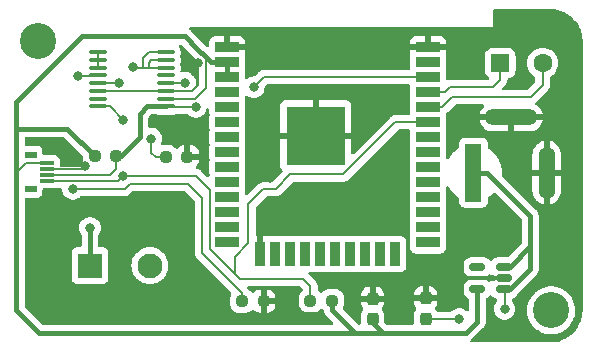
<source format=gbr>
%TF.GenerationSoftware,KiCad,Pcbnew,(6.0.2-0)*%
%TF.CreationDate,2022-03-21T13:39:47-04:00*%
%TF.ProjectId,Snoopy,536e6f6f-7079-42e6-9b69-6361645f7063,v03*%
%TF.SameCoordinates,Original*%
%TF.FileFunction,Copper,L1,Top*%
%TF.FilePolarity,Positive*%
%FSLAX46Y46*%
G04 Gerber Fmt 4.6, Leading zero omitted, Abs format (unit mm)*
G04 Created by KiCad (PCBNEW (6.0.2-0)) date 2022-03-21 13:39:47*
%MOMM*%
%LPD*%
G01*
G04 APERTURE LIST*
G04 Aperture macros list*
%AMRoundRect*
0 Rectangle with rounded corners*
0 $1 Rounding radius*
0 $2 $3 $4 $5 $6 $7 $8 $9 X,Y pos of 4 corners*
0 Add a 4 corners polygon primitive as box body*
4,1,4,$2,$3,$4,$5,$6,$7,$8,$9,$2,$3,0*
0 Add four circle primitives for the rounded corners*
1,1,$1+$1,$2,$3*
1,1,$1+$1,$4,$5*
1,1,$1+$1,$6,$7*
1,1,$1+$1,$8,$9*
0 Add four rect primitives between the rounded corners*
20,1,$1+$1,$2,$3,$4,$5,0*
20,1,$1+$1,$4,$5,$6,$7,0*
20,1,$1+$1,$6,$7,$8,$9,0*
20,1,$1+$1,$8,$9,$2,$3,0*%
G04 Aperture macros list end*
%TA.AperFunction,SMDPad,CuDef*%
%ADD10R,2.000000X0.900000*%
%TD*%
%TA.AperFunction,SMDPad,CuDef*%
%ADD11R,0.900000X2.000000*%
%TD*%
%TA.AperFunction,SMDPad,CuDef*%
%ADD12R,5.000000X5.000000*%
%TD*%
%TA.AperFunction,ComponentPad*%
%ADD13R,1.400000X4.899999*%
%TD*%
%TA.AperFunction,ComponentPad*%
%ADD14RoundRect,0.700000X0.000000X1.500000X0.000000X1.500000X0.000000X-1.500000X0.000000X-1.500000X0*%
%TD*%
%TA.AperFunction,ComponentPad*%
%ADD15RoundRect,0.700000X1.500000X0.000000X-1.500000X0.000000X-1.500000X0.000000X1.500000X0.000000X0*%
%TD*%
%TA.AperFunction,ComponentPad*%
%ADD16R,2.100000X2.100000*%
%TD*%
%TA.AperFunction,ComponentPad*%
%ADD17C,2.100000*%
%TD*%
%TA.AperFunction,SMDPad,CuDef*%
%ADD18RoundRect,0.237500X-0.250000X-0.237500X0.250000X-0.237500X0.250000X0.237500X-0.250000X0.237500X0*%
%TD*%
%TA.AperFunction,SMDPad,CuDef*%
%ADD19RoundRect,0.100000X-0.637500X-0.100000X0.637500X-0.100000X0.637500X0.100000X-0.637500X0.100000X0*%
%TD*%
%TA.AperFunction,SMDPad,CuDef*%
%ADD20RoundRect,0.237500X0.237500X-0.300000X0.237500X0.300000X-0.237500X0.300000X-0.237500X-0.300000X0*%
%TD*%
%TA.AperFunction,SMDPad,CuDef*%
%ADD21RoundRect,0.150000X0.512500X0.150000X-0.512500X0.150000X-0.512500X-0.150000X0.512500X-0.150000X0*%
%TD*%
%TA.AperFunction,SMDPad,CuDef*%
%ADD22R,1.210000X0.299999*%
%TD*%
%TA.AperFunction,SMDPad,CuDef*%
%ADD23R,1.000001X0.519999*%
%TD*%
%TA.AperFunction,ComponentPad*%
%ADD24RoundRect,0.250000X-0.550000X-0.550000X0.550000X-0.550000X0.550000X0.550000X-0.550000X0.550000X0*%
%TD*%
%TA.AperFunction,ComponentPad*%
%ADD25C,1.600000*%
%TD*%
%TA.AperFunction,SMDPad,CuDef*%
%ADD26RoundRect,0.237500X0.250000X0.237500X-0.250000X0.237500X-0.250000X-0.237500X0.250000X-0.237500X0*%
%TD*%
%TA.AperFunction,ViaPad*%
%ADD27C,3.048000*%
%TD*%
%TA.AperFunction,ViaPad*%
%ADD28C,0.800000*%
%TD*%
%TA.AperFunction,Conductor*%
%ADD29C,0.381000*%
%TD*%
%TA.AperFunction,Conductor*%
%ADD30C,0.200000*%
%TD*%
G04 APERTURE END LIST*
D10*
%TO.P,U3,1,GND*%
%TO.N,GND*%
X126196200Y-73025000D03*
%TO.P,U3,2,VDD*%
%TO.N,+3V3*%
X126196200Y-74295000D03*
%TO.P,U3,3,EN*%
X126196200Y-75565000D03*
%TO.P,U3,4,SENSOR_VP*%
%TO.N,unconnected-(U3-Pad4)*%
X126196200Y-76835000D03*
%TO.P,U3,5,SENSOR_VN*%
%TO.N,unconnected-(U3-Pad5)*%
X126196200Y-78105000D03*
%TO.P,U3,6,IO34*%
%TO.N,unconnected-(U3-Pad6)*%
X126196200Y-79375000D03*
%TO.P,U3,7,IO35*%
%TO.N,unconnected-(U3-Pad7)*%
X126196200Y-80645000D03*
%TO.P,U3,8,IO32*%
%TO.N,unconnected-(U3-Pad8)*%
X126196200Y-81915000D03*
%TO.P,U3,9,IO33*%
%TO.N,unconnected-(U3-Pad9)*%
X126196200Y-83185000D03*
%TO.P,U3,10,IO25*%
%TO.N,unconnected-(U3-Pad10)*%
X126196200Y-84455000D03*
%TO.P,U3,11,IO26*%
%TO.N,unconnected-(U3-Pad11)*%
X126196200Y-85725000D03*
%TO.P,U3,12,IO27*%
%TO.N,unconnected-(U3-Pad12)*%
X126196200Y-86995000D03*
%TO.P,U3,13,IO14*%
%TO.N,unconnected-(U3-Pad13)*%
X126196200Y-88265000D03*
%TO.P,U3,14,IO12*%
%TO.N,unconnected-(U3-Pad14)*%
X126196200Y-89535000D03*
D11*
%TO.P,U3,15,GND*%
%TO.N,GND*%
X128981200Y-90535000D03*
%TO.P,U3,16,IO13*%
%TO.N,unconnected-(U3-Pad16)*%
X130251200Y-90535000D03*
%TO.P,U3,17,SHD/SD2*%
%TO.N,unconnected-(U3-Pad17)*%
X131521200Y-90535000D03*
%TO.P,U3,18,SWP/SD3*%
%TO.N,unconnected-(U3-Pad18)*%
X132791200Y-90535000D03*
%TO.P,U3,19,SCS/CMD*%
%TO.N,unconnected-(U3-Pad19)*%
X134061200Y-90535000D03*
%TO.P,U3,20,SCK/CLK*%
%TO.N,unconnected-(U3-Pad20)*%
X135331200Y-90535000D03*
%TO.P,U3,21,SDO/SD0*%
%TO.N,unconnected-(U3-Pad21)*%
X136601200Y-90535000D03*
%TO.P,U3,22,SDI/SD1*%
%TO.N,unconnected-(U3-Pad22)*%
X137871200Y-90535000D03*
%TO.P,U3,23,IO15*%
%TO.N,unconnected-(U3-Pad23)*%
X139141200Y-90535000D03*
%TO.P,U3,24,IO2*%
%TO.N,unconnected-(U3-Pad24)*%
X140411200Y-90535000D03*
D10*
%TO.P,U3,25,IO0*%
%TO.N,unconnected-(U3-Pad25)*%
X143196200Y-89535000D03*
%TO.P,U3,26,IO4*%
%TO.N,unconnected-(U3-Pad26)*%
X143196200Y-88265000D03*
%TO.P,U3,27,IO16*%
%TO.N,unconnected-(U3-Pad27)*%
X143196200Y-86995000D03*
%TO.P,U3,28,IO17*%
%TO.N,unconnected-(U3-Pad28)*%
X143196200Y-85725000D03*
%TO.P,U3,29,IO5*%
%TO.N,unconnected-(U3-Pad29)*%
X143196200Y-84455000D03*
%TO.P,U3,30,IO18*%
%TO.N,unconnected-(U3-Pad30)*%
X143196200Y-83185000D03*
%TO.P,U3,31,IO19*%
%TO.N,unconnected-(U3-Pad31)*%
X143196200Y-81915000D03*
%TO.P,U3,32,NC*%
%TO.N,unconnected-(U3-Pad32)*%
X143196200Y-80645000D03*
%TO.P,U3,33,IO21*%
%TO.N,/SDA*%
X143196200Y-79375000D03*
%TO.P,U3,34,RXD0/IO3*%
%TO.N,Net-(J4-Pad2)*%
X143196200Y-78105000D03*
%TO.P,U3,35,TXD0/IO1*%
%TO.N,Net-(J4-Pad1)*%
X143196200Y-76835000D03*
%TO.P,U3,36,IO22*%
%TO.N,/SCL*%
X143196200Y-75565000D03*
%TO.P,U3,37,IO23*%
%TO.N,unconnected-(U3-Pad37)*%
X143196200Y-74295000D03*
%TO.P,U3,38,GND*%
%TO.N,GND*%
X143196200Y-73025000D03*
D12*
%TO.P,U3,39,GND*%
X133696200Y-80525000D03*
%TD*%
D13*
%TO.P,J2,1,1*%
%TO.N,Net-(C1-Pad1)*%
X147045400Y-83642200D03*
D14*
%TO.P,J2,2,2*%
%TO.N,GND*%
X153245400Y-83642200D03*
D15*
%TO.P,J2,3,3*%
X150245400Y-78942200D03*
%TD*%
D16*
%TO.P,J1,1,Pin_1*%
%TO.N,Net-(J1-Pad1)*%
X114574400Y-91513400D03*
D17*
%TO.P,J1,2,Pin_2*%
%TO.N,Net-(J1-Pad2)*%
X119654400Y-91513400D03*
%TD*%
D18*
%TO.P,R3,1*%
%TO.N,Net-(R3-Pad1)*%
X121009400Y-82296000D03*
%TO.P,R3,2*%
%TO.N,GND*%
X122834400Y-82296000D03*
%TD*%
%TO.P,R1,1*%
%TO.N,Net-(R1-Pad1)*%
X127461000Y-94513400D03*
%TO.P,R1,2*%
%TO.N,GND*%
X129286000Y-94513400D03*
%TD*%
D19*
%TO.P,U1,1,IN+*%
%TO.N,Net-(U1-Pad1)*%
X115272900Y-73467800D03*
%TO.P,U1,2,IN+*%
X115272900Y-74117800D03*
%TO.P,U1,3,IN+*%
X115272900Y-74767800D03*
%TO.P,U1,4,A1*%
%TO.N,Net-(R1-Pad1)*%
X115272900Y-75417800D03*
%TO.P,U1,5,A0*%
%TO.N,Net-(R3-Pad1)*%
X115272900Y-76067800D03*
%TO.P,U1,6,GND*%
%TO.N,GND*%
X115272900Y-76717800D03*
%TO.P,U1,7,ALERT*%
%TO.N,unconnected-(U1-Pad7)*%
X115272900Y-77367800D03*
%TO.P,U1,8,SDA*%
%TO.N,/SDA*%
X115272900Y-78017800D03*
%TO.P,U1,9,SCL*%
%TO.N,/SCL*%
X120997900Y-78017800D03*
%TO.P,U1,10,VS*%
%TO.N,+3V3*%
X120997900Y-77367800D03*
%TO.P,U1,11,GND*%
%TO.N,GND*%
X120997900Y-76717800D03*
%TO.P,U1,12,VBUS*%
%TO.N,Net-(J1-Pad2)*%
X120997900Y-76067800D03*
%TO.P,U1,13,NC*%
%TO.N,unconnected-(U1-Pad13)*%
X120997900Y-75417800D03*
%TO.P,U1,14,IN-*%
%TO.N,Net-(J1-Pad1)*%
X120997900Y-74767800D03*
%TO.P,U1,15,IN-*%
X120997900Y-74117800D03*
%TO.P,U1,16,IN-*%
X120997900Y-73467800D03*
%TD*%
D20*
%TO.P,C1,1*%
%TO.N,Net-(C1-Pad1)*%
X143002000Y-96010900D03*
%TO.P,C1,2*%
%TO.N,GND*%
X143002000Y-94285900D03*
%TD*%
D21*
%TO.P,U2,1,IN*%
%TO.N,Net-(C1-Pad1)*%
X149651300Y-93507600D03*
%TO.P,U2,2,GND*%
%TO.N,GND*%
X149651300Y-92557600D03*
%TO.P,U2,3,EN*%
%TO.N,Net-(C1-Pad1)*%
X149651300Y-91607600D03*
%TO.P,U2,4,NC*%
%TO.N,unconnected-(U2-Pad4)*%
X147376300Y-91607600D03*
%TO.P,U2,5,OUT*%
%TO.N,+3V3*%
X147376300Y-93507600D03*
%TD*%
D22*
%TO.P,J3,1,1*%
%TO.N,+3V3*%
X110903202Y-82816001D03*
%TO.P,J3,2,2*%
%TO.N,GND*%
X110903202Y-83316001D03*
%TO.P,J3,3,3*%
%TO.N,/SCL*%
X110903202Y-83816002D03*
%TO.P,J3,4,4*%
%TO.N,/SDA*%
X110903202Y-84316001D03*
D23*
%TO.P,J3,MP1,MP1*%
%TO.N,unconnected-(J3-PadMP1)*%
X109548201Y-82126003D03*
%TO.P,J3,MP2,MP2*%
%TO.N,unconnected-(J3-PadMP2)*%
X109548201Y-85005997D03*
%TD*%
D24*
%TO.P,J4,1,Pin_1*%
%TO.N,Net-(J4-Pad1)*%
X149304600Y-74371200D03*
D25*
%TO.P,J4,2,Pin_2*%
%TO.N,Net-(J4-Pad2)*%
X152904600Y-74371200D03*
%TD*%
D20*
%TO.P,C2,1*%
%TO.N,+3V3*%
X138506200Y-96061700D03*
%TO.P,C2,2*%
%TO.N,GND*%
X138506200Y-94336700D03*
%TD*%
D26*
%TO.P,R4,1*%
%TO.N,+3V3*%
X135073400Y-94488000D03*
%TO.P,R4,2*%
%TO.N,/SDA*%
X133248400Y-94488000D03*
%TD*%
D18*
%TO.P,R2,1*%
%TO.N,+3V3*%
X114964200Y-82245200D03*
%TO.P,R2,2*%
%TO.N,/SCL*%
X116789200Y-82245200D03*
%TD*%
D27*
%TO.N,*%
X153619200Y-95300800D03*
X110210600Y-72491600D03*
D28*
%TO.N,Net-(C1-Pad1)*%
X149682200Y-95173800D03*
X145846800Y-96037400D03*
%TO.N,GND*%
X136956800Y-73253600D03*
X136880600Y-92913200D03*
X140893800Y-95072200D03*
X121158000Y-86029800D03*
X129819400Y-84124800D03*
X123709700Y-74371200D03*
X122504200Y-80060800D03*
X137668000Y-77343000D03*
X137744200Y-85521800D03*
X114166844Y-83115923D03*
X128803400Y-73431400D03*
X145059400Y-92354400D03*
X148844000Y-88773000D03*
X131368800Y-95732600D03*
X150622000Y-97205800D03*
%TO.N,Net-(J1-Pad1)*%
X118262400Y-74726800D03*
X114579400Y-88315800D03*
%TO.N,Net-(J1-Pad2)*%
X122631200Y-76022200D03*
%TO.N,/SDA*%
X117348000Y-83896200D03*
X117373400Y-79146400D03*
%TO.N,/SCL*%
X123545600Y-78079600D03*
X128447800Y-76403200D03*
%TO.N,Net-(R1-Pad1)*%
X113131600Y-85015501D03*
X113588800Y-75488800D03*
%TO.N,Net-(R3-Pad1)*%
X117043200Y-76073000D03*
X119786400Y-80772000D03*
%TD*%
D29*
%TO.N,Net-(C1-Pad1)*%
X151866600Y-89890600D02*
X151866600Y-91768503D01*
D30*
X149682200Y-95173800D02*
X149682200Y-93538500D01*
D29*
X147045400Y-83642200D02*
X148209000Y-83642200D01*
X151866600Y-87299800D02*
X151866600Y-89890600D01*
D30*
X145820300Y-96010900D02*
X145846800Y-96037400D01*
D29*
X148209000Y-83642200D02*
X151866600Y-87299800D01*
X150149600Y-91607600D02*
X151866600Y-89890600D01*
D30*
X149682200Y-93538500D02*
X149651300Y-93507600D01*
X143002000Y-96010900D02*
X145820300Y-96010900D01*
D29*
X151866600Y-91768503D02*
X150127503Y-93507600D01*
X149651300Y-91607600D02*
X150149600Y-91607600D01*
X150127503Y-93507600D02*
X149651300Y-93507600D01*
D30*
%TO.N,GND*%
X120943189Y-76772511D02*
X115327611Y-76772511D01*
X123709700Y-76239100D02*
X123215400Y-76733400D01*
X123709700Y-74371200D02*
X123709700Y-76239100D01*
X120997900Y-76717800D02*
X120943189Y-76772511D01*
X115327611Y-76772511D02*
X115272900Y-76717800D01*
X123215400Y-76733400D02*
X121013500Y-76733400D01*
X113966766Y-83316001D02*
X110903202Y-83316001D01*
X114166844Y-83115923D02*
X113966766Y-83316001D01*
X121013500Y-76733400D02*
X120997900Y-76717800D01*
%TO.N,+3V3*%
X109182599Y-82816001D02*
X108356400Y-83642200D01*
D29*
X138506200Y-96061700D02*
X138506200Y-96342200D01*
X123672400Y-73152200D02*
X124370900Y-73850700D01*
X147376300Y-93507600D02*
X147376300Y-96260500D01*
X124815200Y-74295000D02*
X126196200Y-74295000D01*
X137033000Y-97205800D02*
X110261400Y-97205800D01*
X108356400Y-79908400D02*
X108356400Y-77647800D01*
D30*
X120997900Y-77367800D02*
X123495400Y-77367800D01*
D29*
X109994700Y-96939100D02*
X108356400Y-95300800D01*
X108356400Y-77647800D02*
X113893600Y-72110600D01*
D30*
X123495400Y-77367800D02*
X124409200Y-76454000D01*
D29*
X113893600Y-72110600D02*
X118110000Y-72110600D01*
X122630800Y-72110600D02*
X123672400Y-73152200D01*
X112627400Y-79908400D02*
X108356400Y-79908400D01*
X147376300Y-96260500D02*
X146431000Y-97205800D01*
X135073400Y-94488000D02*
X135073400Y-95246200D01*
D30*
X124409200Y-73889000D02*
X124370900Y-73850700D01*
X110903202Y-82816001D02*
X109182599Y-82816001D01*
D29*
X124370900Y-73850700D02*
X124815200Y-74295000D01*
X114964200Y-82245200D02*
X112627400Y-79908400D01*
X135073400Y-95246200D02*
X137033000Y-97205800D01*
X108356400Y-95300800D02*
X108356400Y-83642200D01*
X108356400Y-83642200D02*
X108356400Y-79908400D01*
X110261400Y-97205800D02*
X109994700Y-96939100D01*
X118110000Y-72110600D02*
X122630800Y-72110600D01*
X118592600Y-72110600D02*
X118110000Y-72110600D01*
X126196200Y-74295000D02*
X126196200Y-75565000D01*
X146431000Y-97205800D02*
X139369800Y-97205800D01*
D30*
X124409200Y-76454000D02*
X124409200Y-73889000D01*
D29*
X138506200Y-96342200D02*
X139369800Y-97205800D01*
X139369800Y-97205800D02*
X137033000Y-97205800D01*
D30*
%TO.N,Net-(J1-Pad1)*%
X119090800Y-74767800D02*
X119090800Y-73974600D01*
X119548000Y-74330200D02*
X119760400Y-74117800D01*
X119760400Y-74117800D02*
X120997900Y-74117800D01*
D29*
X114574400Y-91513400D02*
X114574400Y-88320800D01*
D30*
X119090800Y-74767800D02*
X118303400Y-74767800D01*
X120986900Y-73456800D02*
X120997900Y-73467800D01*
D29*
X114574400Y-88320800D02*
X114579400Y-88315800D01*
D30*
X119548000Y-74767800D02*
X119548000Y-74330200D01*
X119090800Y-73974600D02*
X119608600Y-73456800D01*
X119548000Y-74767800D02*
X119090800Y-74767800D01*
X118303400Y-74767800D02*
X118262400Y-74726800D01*
X119608600Y-73456800D02*
X120986900Y-73456800D01*
X120997900Y-74767800D02*
X119548000Y-74767800D01*
%TO.N,Net-(J1-Pad2)*%
X122585600Y-76067800D02*
X122631200Y-76022200D01*
X120997900Y-76067800D02*
X122585600Y-76067800D01*
%TO.N,/SDA*%
X127245978Y-92633800D02*
X132613400Y-92633800D01*
X117348000Y-83896200D02*
X123520200Y-83896200D01*
X126843589Y-90783611D02*
X127990600Y-89636600D01*
X117373400Y-79146400D02*
X116244800Y-78017800D01*
X127990600Y-86309200D02*
X129260600Y-85039200D01*
X126183189Y-91571011D02*
X126843589Y-92231411D01*
X126843589Y-92231411D02*
X127245978Y-92633800D01*
X140445222Y-79375000D02*
X143196200Y-79375000D01*
X133248400Y-93268800D02*
X133248400Y-94488000D01*
X129260600Y-85039200D02*
X130302000Y-85039200D01*
X136025622Y-83794600D02*
X140445222Y-79375000D01*
X116928199Y-84316001D02*
X117348000Y-83896200D01*
X124714000Y-90101822D02*
X125637089Y-91024911D01*
X130302000Y-85039200D02*
X131546600Y-83794600D01*
X127990600Y-89636600D02*
X127990600Y-86309200D01*
X132613400Y-92633800D02*
X133248400Y-93268800D01*
X131546600Y-83794600D02*
X136025622Y-83794600D01*
X125637089Y-91024911D02*
X126183189Y-91571011D01*
X124714000Y-85090000D02*
X124714000Y-90101822D01*
X126843589Y-92231411D02*
X126843589Y-90783611D01*
X110903202Y-84316001D02*
X116928199Y-84316001D01*
X123520200Y-83896200D02*
X124714000Y-85090000D01*
X116244800Y-78017800D02*
X115272900Y-78017800D01*
D29*
%TO.N,/SCL*%
X118821200Y-80645000D02*
X118821200Y-78638400D01*
X116789200Y-82245200D02*
X117221000Y-82245200D01*
X119441800Y-78017800D02*
X120997900Y-78017800D01*
D30*
X143196200Y-75565000D02*
X129286000Y-75565000D01*
D29*
X118821200Y-78638400D02*
X119441800Y-78017800D01*
D30*
X116814600Y-82270600D02*
X116789200Y-82245200D01*
X110903202Y-83816002D02*
X116310598Y-83816002D01*
X129286000Y-75565000D02*
X128447800Y-76403200D01*
X116310598Y-83816002D02*
X116814600Y-83312000D01*
X123545600Y-78079600D02*
X121059700Y-78079600D01*
D29*
X117221000Y-82245200D02*
X118821200Y-80645000D01*
D30*
X121059700Y-78079600D02*
X120997900Y-78017800D01*
X116814600Y-83312000D02*
X116814600Y-82270600D01*
%TO.N,Net-(J4-Pad1)*%
X145059400Y-76403200D02*
X148666200Y-76403200D01*
X144627600Y-76835000D02*
X145059400Y-76403200D01*
X143196200Y-76835000D02*
X144627600Y-76835000D01*
X148666200Y-76403200D02*
X149304600Y-75764800D01*
X149304600Y-75764800D02*
X149304600Y-74371200D01*
%TO.N,Net-(J4-Pad2)*%
X143196200Y-78105000D02*
X144396200Y-78105000D01*
X145259800Y-77241400D02*
X151892000Y-77241400D01*
X152904600Y-76171200D02*
X152904600Y-74371200D01*
X151892000Y-77241400D02*
X152933400Y-76200000D01*
X144396200Y-78105000D02*
X145259800Y-77241400D01*
X152933400Y-76200000D02*
X152904600Y-76171200D01*
%TO.N,Net-(R1-Pad1)*%
X124053600Y-85775800D02*
X122859800Y-84582000D01*
X113588800Y-75488800D02*
X115201900Y-75488800D01*
X127461000Y-94513400D02*
X127461000Y-93856800D01*
X127461000Y-93856800D02*
X125984000Y-92379800D01*
X117957600Y-84582000D02*
X117525800Y-85013800D01*
X124053600Y-90449400D02*
X124053600Y-85775800D01*
X113133301Y-85013800D02*
X113131600Y-85015501D01*
X115201900Y-75488800D02*
X115272900Y-75417800D01*
X122859800Y-84582000D02*
X117957600Y-84582000D01*
X117525800Y-85013800D02*
X113133301Y-85013800D01*
X125984000Y-92379800D02*
X124053600Y-90449400D01*
%TO.N,Net-(R3-Pad1)*%
X119786400Y-81965800D02*
X120142000Y-82321400D01*
X117038000Y-76067800D02*
X115272900Y-76067800D01*
X117043200Y-76073000D02*
X117038000Y-76067800D01*
X120984000Y-82321400D02*
X121009400Y-82296000D01*
X120142000Y-82321400D02*
X120984000Y-82321400D01*
X119786400Y-80772000D02*
X119786400Y-81965800D01*
%TO.N,Net-(U1-Pad1)*%
X115272900Y-73467800D02*
X115272900Y-74117800D01*
X115272900Y-74117800D02*
X115272900Y-74767800D01*
%TD*%
%TA.AperFunction,Conductor*%
%TO.N,GND*%
G36*
X153544917Y-69800796D02*
G01*
X153567037Y-69804350D01*
X153585127Y-69802074D01*
X153608456Y-69801319D01*
X153868535Y-69817048D01*
X153882433Y-69818667D01*
X154166938Y-69867948D01*
X154180560Y-69871096D01*
X154457857Y-69951620D01*
X154471033Y-69956254D01*
X154737702Y-70067032D01*
X154750285Y-70073100D01*
X155003018Y-70212757D01*
X155014856Y-70220186D01*
X155153483Y-70318304D01*
X155250533Y-70386996D01*
X155261487Y-70395701D01*
X155477220Y-70587618D01*
X155487142Y-70597484D01*
X155676886Y-70808380D01*
X155680255Y-70812125D01*
X155689021Y-70823028D01*
X155696663Y-70833698D01*
X155857154Y-71057772D01*
X155864657Y-71069582D01*
X155941254Y-71206377D01*
X156005723Y-71321514D01*
X156011870Y-71334084D01*
X156124131Y-71600100D01*
X156128847Y-71613273D01*
X156143583Y-71662976D01*
X156210921Y-71890099D01*
X156214144Y-71903696D01*
X156255240Y-72133285D01*
X156265021Y-72187927D01*
X156266718Y-72201816D01*
X156283425Y-72454520D01*
X156282395Y-72480913D01*
X156280976Y-72490700D01*
X156282233Y-72499588D01*
X156282233Y-72499594D01*
X156284958Y-72518863D01*
X156286200Y-72536507D01*
X156286200Y-95249615D01*
X156284584Y-95269726D01*
X156281059Y-95291527D01*
X156282170Y-95300428D01*
X156282170Y-95300435D01*
X156283319Y-95309635D01*
X156284054Y-95332956D01*
X156270217Y-95558591D01*
X156268082Y-95593397D01*
X156266458Y-95607252D01*
X156227382Y-95832130D01*
X156216955Y-95892132D01*
X156213808Y-95905725D01*
X156162489Y-96082300D01*
X156133116Y-96183362D01*
X156128486Y-96196526D01*
X156110529Y-96239763D01*
X156017583Y-96463552D01*
X156011526Y-96476122D01*
X155871773Y-96729255D01*
X155864362Y-96741078D01*
X155697490Y-96977187D01*
X155688818Y-96988119D01*
X155496852Y-97204340D01*
X155487026Y-97214244D01*
X155320275Y-97364664D01*
X155272328Y-97407915D01*
X155261466Y-97416672D01*
X155255062Y-97421275D01*
X155026681Y-97585407D01*
X155014917Y-97592911D01*
X154764109Y-97733979D01*
X154762896Y-97734661D01*
X154750374Y-97740817D01*
X154484247Y-97853821D01*
X154471121Y-97858555D01*
X154194105Y-97941448D01*
X154180536Y-97944702D01*
X153896071Y-97996453D01*
X153882241Y-97998185D01*
X153693719Y-98011243D01*
X153629208Y-98015711D01*
X153602836Y-98014767D01*
X153601903Y-98014635D01*
X153601899Y-98014635D01*
X153593010Y-98013376D01*
X153584128Y-98014662D01*
X153584127Y-98014662D01*
X153570549Y-98016628D01*
X153566827Y-98017167D01*
X153565908Y-98017300D01*
X153547853Y-98018600D01*
X146891211Y-98018600D01*
X146823090Y-97998598D01*
X146776597Y-97944942D01*
X146766493Y-97874668D01*
X146795987Y-97810088D01*
X146814506Y-97792638D01*
X146839401Y-97773535D01*
X146844720Y-97769671D01*
X146896652Y-97733979D01*
X146937519Y-97688111D01*
X146942499Y-97682836D01*
X147850338Y-96774997D01*
X147856604Y-96769143D01*
X147857878Y-96768032D01*
X147899574Y-96731658D01*
X147935794Y-96680122D01*
X147939727Y-96674826D01*
X147973906Y-96631237D01*
X147973908Y-96631234D01*
X147978592Y-96625260D01*
X147981718Y-96618336D01*
X147983556Y-96615301D01*
X147990800Y-96602602D01*
X147992488Y-96599454D01*
X147996856Y-96593239D01*
X148019738Y-96534550D01*
X148022278Y-96528505D01*
X148048213Y-96471065D01*
X148049598Y-96463592D01*
X148050669Y-96460174D01*
X148054654Y-96446185D01*
X148055551Y-96442693D01*
X148058312Y-96435611D01*
X148059731Y-96424832D01*
X148066533Y-96373170D01*
X148067565Y-96366657D01*
X148077661Y-96312182D01*
X148077661Y-96312180D01*
X148079045Y-96304713D01*
X148075509Y-96243387D01*
X148075300Y-96236135D01*
X148075300Y-94381793D01*
X148095302Y-94313672D01*
X148149611Y-94267556D01*
X148152401Y-94266745D01*
X148258250Y-94204146D01*
X148288780Y-94186091D01*
X148288783Y-94186089D01*
X148295607Y-94182053D01*
X148413253Y-94064407D01*
X148415506Y-94060598D01*
X148471796Y-94019945D01*
X148542688Y-94016094D01*
X148604409Y-94051182D01*
X148611076Y-94058876D01*
X148614347Y-94064407D01*
X148731993Y-94182053D01*
X148738817Y-94186089D01*
X148738820Y-94186091D01*
X148839191Y-94245450D01*
X148875199Y-94266745D01*
X148882809Y-94268956D01*
X148882814Y-94268958D01*
X148982852Y-94298021D01*
X149042688Y-94336234D01*
X149072366Y-94400730D01*
X149073700Y-94419018D01*
X149073700Y-94443510D01*
X149053698Y-94511631D01*
X149041336Y-94527820D01*
X148979438Y-94596565D01*
X148943160Y-94636856D01*
X148939859Y-94642574D01*
X148857332Y-94785515D01*
X148847673Y-94802244D01*
X148788658Y-94983872D01*
X148787968Y-94990433D01*
X148787968Y-94990435D01*
X148775710Y-95107069D01*
X148768696Y-95173800D01*
X148769386Y-95180365D01*
X148787043Y-95348358D01*
X148788658Y-95363728D01*
X148847673Y-95545356D01*
X148850976Y-95551078D01*
X148850977Y-95551079D01*
X148876088Y-95594572D01*
X148943160Y-95710744D01*
X148947578Y-95715651D01*
X148947579Y-95715652D01*
X149032286Y-95809729D01*
X149070947Y-95852666D01*
X149225448Y-95964918D01*
X149231476Y-95967602D01*
X149231478Y-95967603D01*
X149393881Y-96039909D01*
X149399912Y-96042594D01*
X149493313Y-96062447D01*
X149580256Y-96080928D01*
X149580261Y-96080928D01*
X149586713Y-96082300D01*
X149777687Y-96082300D01*
X149784139Y-96080928D01*
X149784144Y-96080928D01*
X149871088Y-96062447D01*
X149964488Y-96042594D01*
X149970519Y-96039909D01*
X150132922Y-95967603D01*
X150132924Y-95967602D01*
X150138952Y-95964918D01*
X150293453Y-95852666D01*
X150332114Y-95809729D01*
X150416821Y-95715652D01*
X150416822Y-95715651D01*
X150421240Y-95710744D01*
X150488312Y-95594572D01*
X150513423Y-95551079D01*
X150513424Y-95551078D01*
X150516727Y-95545356D01*
X150575742Y-95363728D01*
X150577358Y-95348358D01*
X150584599Y-95279466D01*
X151582063Y-95279466D01*
X151598015Y-95556135D01*
X151598840Y-95560342D01*
X151598841Y-95560347D01*
X151615679Y-95646168D01*
X151651369Y-95828079D01*
X151652756Y-95832130D01*
X151738408Y-96082300D01*
X151741135Y-96090266D01*
X151791335Y-96190078D01*
X151839064Y-96284975D01*
X151865654Y-96337844D01*
X151903158Y-96392413D01*
X151998739Y-96531484D01*
X152022621Y-96566233D01*
X152209132Y-96771205D01*
X152212421Y-96773955D01*
X152418443Y-96946217D01*
X152418448Y-96946221D01*
X152421735Y-96948969D01*
X152475819Y-96982896D01*
X152652856Y-97093952D01*
X152652860Y-97093954D01*
X152656496Y-97096235D01*
X152909072Y-97210277D01*
X152913192Y-97211497D01*
X152913191Y-97211497D01*
X153170675Y-97287767D01*
X153170679Y-97287768D01*
X153174788Y-97288985D01*
X153179025Y-97289633D01*
X153179028Y-97289634D01*
X153408046Y-97324679D01*
X153448727Y-97330904D01*
X153589802Y-97333120D01*
X153721530Y-97335190D01*
X153721536Y-97335190D01*
X153725821Y-97335257D01*
X154000942Y-97301964D01*
X154269000Y-97231640D01*
X154525033Y-97125588D01*
X154739966Y-96999991D01*
X154760601Y-96987933D01*
X154760602Y-96987932D01*
X154764304Y-96985769D01*
X154982386Y-96814771D01*
X155021940Y-96773955D01*
X155172260Y-96618836D01*
X155175243Y-96615758D01*
X155177776Y-96612310D01*
X155177780Y-96612305D01*
X155325453Y-96411272D01*
X155339306Y-96392413D01*
X155345845Y-96380369D01*
X155469490Y-96152644D01*
X155469491Y-96152642D01*
X155471540Y-96148868D01*
X155569498Y-95889630D01*
X155600855Y-95752718D01*
X155630410Y-95623676D01*
X155630411Y-95623671D01*
X155631367Y-95619496D01*
X155656002Y-95343465D01*
X155656172Y-95327291D01*
X155656423Y-95303284D01*
X155656423Y-95303283D01*
X155656449Y-95300800D01*
X155654792Y-95276488D01*
X155637892Y-95028591D01*
X155637891Y-95028585D01*
X155637600Y-95024314D01*
X155581402Y-94752943D01*
X155488895Y-94491711D01*
X155361790Y-94245450D01*
X155350675Y-94229634D01*
X155204907Y-94022228D01*
X155204906Y-94022227D01*
X155202440Y-94018718D01*
X155025790Y-93828619D01*
X155016710Y-93818848D01*
X155016709Y-93818847D01*
X155013793Y-93815709D01*
X155000111Y-93804510D01*
X154851684Y-93683025D01*
X154799340Y-93640182D01*
X154563049Y-93495383D01*
X154559132Y-93493664D01*
X154559129Y-93493662D01*
X154397730Y-93422813D01*
X154309293Y-93383992D01*
X154305165Y-93382816D01*
X154305162Y-93382815D01*
X154204511Y-93354144D01*
X154042768Y-93308070D01*
X154038526Y-93307466D01*
X154038520Y-93307465D01*
X153772655Y-93269627D01*
X153768404Y-93269022D01*
X153622315Y-93268257D01*
X153495566Y-93267593D01*
X153495560Y-93267593D01*
X153491280Y-93267571D01*
X153487035Y-93268130D01*
X153487033Y-93268130D01*
X153475663Y-93269627D01*
X153216523Y-93303744D01*
X152949217Y-93376870D01*
X152935279Y-93382815D01*
X152698260Y-93483912D01*
X152698256Y-93483914D01*
X152694308Y-93485598D01*
X152589182Y-93548515D01*
X152460196Y-93625711D01*
X152460192Y-93625714D01*
X152456514Y-93627915D01*
X152333387Y-93726558D01*
X152261727Y-93783969D01*
X152240235Y-93801187D01*
X152049473Y-94002209D01*
X151963174Y-94122307D01*
X151906679Y-94200928D01*
X151887757Y-94227260D01*
X151758080Y-94472176D01*
X151662843Y-94732426D01*
X151603806Y-95003192D01*
X151601226Y-95035972D01*
X151584675Y-95246282D01*
X151582063Y-95279466D01*
X150584599Y-95279466D01*
X150595014Y-95180365D01*
X150595704Y-95173800D01*
X150588690Y-95107069D01*
X150576432Y-94990435D01*
X150576432Y-94990433D01*
X150575742Y-94983872D01*
X150516727Y-94802244D01*
X150507069Y-94785515D01*
X150424541Y-94642574D01*
X150421240Y-94636856D01*
X150384962Y-94596565D01*
X150323064Y-94527820D01*
X150292346Y-94463813D01*
X150290700Y-94443510D01*
X150290700Y-94401064D01*
X150310702Y-94332943D01*
X150364358Y-94286450D01*
X150381547Y-94280067D01*
X150419788Y-94268957D01*
X150419790Y-94268956D01*
X150427401Y-94266745D01*
X150463409Y-94245450D01*
X150563780Y-94186091D01*
X150563783Y-94186089D01*
X150570607Y-94182053D01*
X150688253Y-94064407D01*
X150692289Y-94057583D01*
X150692291Y-94057580D01*
X150751600Y-93957293D01*
X150772945Y-93921201D01*
X150792792Y-93852886D01*
X150824694Y-93798944D01*
X152340646Y-92282993D01*
X152346912Y-92277139D01*
X152384147Y-92244657D01*
X152389874Y-92239661D01*
X152426098Y-92188120D01*
X152430023Y-92182835D01*
X152464207Y-92139238D01*
X152468892Y-92133263D01*
X152472016Y-92126345D01*
X152473845Y-92123324D01*
X152481100Y-92110605D01*
X152482788Y-92107457D01*
X152487156Y-92101242D01*
X152510038Y-92042553D01*
X152512578Y-92036508D01*
X152538513Y-91979068D01*
X152539898Y-91971595D01*
X152540969Y-91968177D01*
X152544954Y-91954188D01*
X152545851Y-91950696D01*
X152548612Y-91943614D01*
X152554583Y-91898261D01*
X152556833Y-91881173D01*
X152557865Y-91874660D01*
X152567961Y-91820185D01*
X152567961Y-91820183D01*
X152569345Y-91812716D01*
X152565809Y-91751390D01*
X152565600Y-91744138D01*
X152565600Y-89966597D01*
X152567710Y-89943636D01*
X152567961Y-89942282D01*
X152567961Y-89942279D01*
X152569345Y-89934813D01*
X152565809Y-89873487D01*
X152565600Y-89866235D01*
X152565600Y-87328400D01*
X152565892Y-87319829D01*
X152569253Y-87270525D01*
X152569770Y-87262949D01*
X152558934Y-87200865D01*
X152557978Y-87194386D01*
X152550409Y-87131840D01*
X152547725Y-87124738D01*
X152546870Y-87121256D01*
X152543030Y-87107221D01*
X152541989Y-87103773D01*
X152540682Y-87096283D01*
X152515363Y-87038605D01*
X152512870Y-87032497D01*
X152493292Y-86980686D01*
X152493292Y-86980685D01*
X152490606Y-86973578D01*
X152486300Y-86967312D01*
X152484650Y-86964157D01*
X152477531Y-86951365D01*
X152475731Y-86948321D01*
X152472678Y-86941367D01*
X152434340Y-86891404D01*
X152430462Y-86886067D01*
X152399081Y-86840407D01*
X152399079Y-86840405D01*
X152394779Y-86834148D01*
X152348911Y-86793281D01*
X152343636Y-86788301D01*
X150755014Y-85199679D01*
X152037401Y-85199679D01*
X152037609Y-85204789D01*
X152048024Y-85332855D01*
X152049794Y-85343408D01*
X152100691Y-85541636D01*
X152104419Y-85552164D01*
X152189518Y-85738034D01*
X152195053Y-85747739D01*
X152311716Y-85915595D01*
X152318889Y-85924174D01*
X152463426Y-86068711D01*
X152472005Y-86075884D01*
X152639861Y-86192547D01*
X152649566Y-86198082D01*
X152835436Y-86283181D01*
X152845964Y-86286909D01*
X152973852Y-86319746D01*
X152987947Y-86319262D01*
X152991400Y-86310959D01*
X152991400Y-86306136D01*
X153499400Y-86306136D01*
X153503373Y-86319667D01*
X153512271Y-86320946D01*
X153644836Y-86286909D01*
X153655364Y-86283181D01*
X153841234Y-86198082D01*
X153850939Y-86192547D01*
X154018795Y-86075884D01*
X154027374Y-86068711D01*
X154171911Y-85924174D01*
X154179084Y-85915595D01*
X154295747Y-85747739D01*
X154301282Y-85738034D01*
X154386381Y-85552164D01*
X154390109Y-85541636D01*
X154441005Y-85343410D01*
X154442776Y-85332854D01*
X154453193Y-85204788D01*
X154453400Y-85199682D01*
X154453400Y-83914315D01*
X154448925Y-83899076D01*
X154447535Y-83897871D01*
X154439852Y-83896200D01*
X153517515Y-83896200D01*
X153502276Y-83900675D01*
X153501071Y-83902065D01*
X153499400Y-83909748D01*
X153499400Y-86306136D01*
X152991400Y-86306136D01*
X152991400Y-83914315D01*
X152986925Y-83899076D01*
X152985535Y-83897871D01*
X152977852Y-83896200D01*
X152055516Y-83896200D01*
X152040277Y-83900675D01*
X152039072Y-83902065D01*
X152037401Y-83909748D01*
X152037401Y-85199679D01*
X150755014Y-85199679D01*
X149495042Y-83939707D01*
X149461016Y-83877395D01*
X149458839Y-83837333D01*
X149464087Y-83787818D01*
X149468755Y-83743769D01*
X149468618Y-83737460D01*
X149462107Y-83439039D01*
X149462106Y-83439033D01*
X149462019Y-83435023D01*
X149452256Y-83370085D01*
X152037400Y-83370085D01*
X152041875Y-83385324D01*
X152043265Y-83386529D01*
X152050948Y-83388200D01*
X152973285Y-83388200D01*
X152988524Y-83383725D01*
X152989729Y-83382335D01*
X152991400Y-83374652D01*
X152991400Y-83370085D01*
X153499400Y-83370085D01*
X153503875Y-83385324D01*
X153505265Y-83386529D01*
X153512948Y-83388200D01*
X154435284Y-83388200D01*
X154450523Y-83383725D01*
X154451728Y-83382335D01*
X154453399Y-83374652D01*
X154453399Y-82084721D01*
X154453191Y-82079611D01*
X154442776Y-81951545D01*
X154441006Y-81940992D01*
X154390109Y-81742764D01*
X154386381Y-81732236D01*
X154301282Y-81546366D01*
X154295747Y-81536661D01*
X154179084Y-81368805D01*
X154171911Y-81360226D01*
X154027374Y-81215689D01*
X154018795Y-81208516D01*
X153850939Y-81091853D01*
X153841234Y-81086318D01*
X153655364Y-81001219D01*
X153644836Y-80997491D01*
X153516948Y-80964654D01*
X153502853Y-80965138D01*
X153499400Y-80973441D01*
X153499400Y-83370085D01*
X152991400Y-83370085D01*
X152991400Y-80978264D01*
X152987427Y-80964733D01*
X152978529Y-80963454D01*
X152845964Y-80997491D01*
X152835436Y-81001219D01*
X152649566Y-81086318D01*
X152639861Y-81091853D01*
X152472005Y-81208516D01*
X152463426Y-81215689D01*
X152318889Y-81360226D01*
X152311716Y-81368805D01*
X152195053Y-81536661D01*
X152189518Y-81546366D01*
X152104419Y-81732236D01*
X152100691Y-81742764D01*
X152049795Y-81940990D01*
X152048024Y-81951546D01*
X152037607Y-82079612D01*
X152037400Y-82084718D01*
X152037400Y-83370085D01*
X149452256Y-83370085D01*
X149416106Y-83129635D01*
X149413972Y-83122116D01*
X149366355Y-82954404D01*
X149331761Y-82832557D01*
X149210352Y-82548604D01*
X149208322Y-82545151D01*
X149208318Y-82545143D01*
X149055880Y-82285839D01*
X149055876Y-82285833D01*
X149053846Y-82282380D01*
X148864782Y-82038199D01*
X148646223Y-81820022D01*
X148523968Y-81725702D01*
X148404893Y-81633836D01*
X148404889Y-81633833D01*
X148401713Y-81631383D01*
X148316232Y-81581332D01*
X148267556Y-81529654D01*
X148253900Y-81472602D01*
X148253900Y-81144067D01*
X148247145Y-81081885D01*
X148196015Y-80945496D01*
X148108661Y-80828940D01*
X147992105Y-80741586D01*
X147855716Y-80690456D01*
X147793534Y-80683701D01*
X146297266Y-80683701D01*
X146235084Y-80690456D01*
X146098695Y-80741586D01*
X145982139Y-80828940D01*
X145894785Y-80945496D01*
X145843655Y-81081885D01*
X145836900Y-81144067D01*
X145836900Y-81472590D01*
X145816898Y-81540711D01*
X145779248Y-81578442D01*
X145606033Y-81690285D01*
X145606027Y-81690290D01*
X145602667Y-81692459D01*
X145366618Y-81891583D01*
X145347998Y-81911868D01*
X145187835Y-82086349D01*
X145157784Y-82119086D01*
X145155466Y-82122366D01*
X145044607Y-82279229D01*
X144979551Y-82371281D01*
X144977674Y-82374819D01*
X144942003Y-82442048D01*
X144892405Y-82492847D01*
X144823217Y-82508769D01*
X144756404Y-82484756D01*
X144713180Y-82428434D01*
X144704700Y-82382991D01*
X144704700Y-81416866D01*
X144697945Y-81354684D01*
X144686528Y-81324229D01*
X144681345Y-81253423D01*
X144686526Y-81235776D01*
X144697945Y-81205316D01*
X144704700Y-81143134D01*
X144704700Y-80146866D01*
X144697945Y-80084684D01*
X144686528Y-80054229D01*
X144681345Y-79983423D01*
X144686526Y-79965776D01*
X144697945Y-79935316D01*
X144704700Y-79873134D01*
X144704700Y-79209071D01*
X147566654Y-79209071D01*
X147600691Y-79341636D01*
X147604419Y-79352164D01*
X147689518Y-79538034D01*
X147695053Y-79547739D01*
X147811716Y-79715595D01*
X147818889Y-79724174D01*
X147963426Y-79868711D01*
X147972005Y-79875884D01*
X148139861Y-79992547D01*
X148149566Y-79998082D01*
X148335436Y-80083181D01*
X148345964Y-80086909D01*
X148544190Y-80137805D01*
X148554746Y-80139576D01*
X148682812Y-80149993D01*
X148687918Y-80150200D01*
X149973285Y-80150200D01*
X149988524Y-80145725D01*
X149989729Y-80144335D01*
X149991400Y-80136652D01*
X149991400Y-80132084D01*
X150499400Y-80132084D01*
X150503875Y-80147323D01*
X150505265Y-80148528D01*
X150512948Y-80150199D01*
X151802879Y-80150199D01*
X151807989Y-80149991D01*
X151936055Y-80139576D01*
X151946608Y-80137806D01*
X152144836Y-80086909D01*
X152155364Y-80083181D01*
X152341234Y-79998082D01*
X152350939Y-79992547D01*
X152518795Y-79875884D01*
X152527374Y-79868711D01*
X152671911Y-79724174D01*
X152679084Y-79715595D01*
X152795747Y-79547739D01*
X152801282Y-79538034D01*
X152886381Y-79352164D01*
X152890109Y-79341636D01*
X152922946Y-79213748D01*
X152922462Y-79199653D01*
X152914159Y-79196200D01*
X150517515Y-79196200D01*
X150502276Y-79200675D01*
X150501071Y-79202065D01*
X150499400Y-79209748D01*
X150499400Y-80132084D01*
X149991400Y-80132084D01*
X149991400Y-79214315D01*
X149986925Y-79199076D01*
X149985535Y-79197871D01*
X149977852Y-79196200D01*
X147581464Y-79196200D01*
X147567933Y-79200173D01*
X147566654Y-79209071D01*
X144704700Y-79209071D01*
X144704700Y-78876866D01*
X144697945Y-78814684D01*
X144686528Y-78784229D01*
X144681345Y-78713423D01*
X144686526Y-78695776D01*
X144697945Y-78665316D01*
X144697945Y-78665315D01*
X144700982Y-78666454D01*
X144728809Y-78617764D01*
X144739455Y-78608609D01*
X144798272Y-78563477D01*
X144798275Y-78563474D01*
X144823634Y-78544015D01*
X144830187Y-78538987D01*
X144837852Y-78528998D01*
X144849652Y-78513621D01*
X144860519Y-78501230D01*
X145474944Y-77886805D01*
X145537256Y-77852779D01*
X145564039Y-77849900D01*
X147825025Y-77849900D01*
X147893146Y-77869902D01*
X147939639Y-77923558D01*
X147949743Y-77993832D01*
X147920249Y-78058412D01*
X147914120Y-78064995D01*
X147818889Y-78160226D01*
X147811716Y-78168805D01*
X147695053Y-78336661D01*
X147689518Y-78346366D01*
X147604419Y-78532236D01*
X147600691Y-78542764D01*
X147567854Y-78670652D01*
X147568338Y-78684747D01*
X147576641Y-78688200D01*
X152909336Y-78688200D01*
X152922867Y-78684227D01*
X152924146Y-78675329D01*
X152890109Y-78542764D01*
X152886381Y-78532236D01*
X152801282Y-78346366D01*
X152795747Y-78336661D01*
X152679084Y-78168805D01*
X152671911Y-78160226D01*
X152527374Y-78015689D01*
X152518795Y-78008516D01*
X152350939Y-77891853D01*
X152339541Y-77885352D01*
X152290279Y-77834227D01*
X152276477Y-77764584D01*
X152302519Y-77698536D01*
X152314238Y-77686893D01*
X152313597Y-77686252D01*
X152319433Y-77680416D01*
X152325987Y-77675387D01*
X152340315Y-77656715D01*
X152345452Y-77650021D01*
X152356319Y-77637630D01*
X153329634Y-76664315D01*
X153342025Y-76653448D01*
X153360837Y-76639013D01*
X153367387Y-76633987D01*
X153391874Y-76602075D01*
X153391880Y-76602069D01*
X153459896Y-76513429D01*
X153459897Y-76513427D01*
X153464924Y-76506876D01*
X153526238Y-76358851D01*
X153529580Y-76333469D01*
X153546072Y-76208189D01*
X153547150Y-76200000D01*
X153529567Y-76066435D01*
X153527316Y-76049338D01*
X153527316Y-76049337D01*
X153526238Y-76041150D01*
X153523078Y-76033522D01*
X153523077Y-76033517D01*
X153522692Y-76032588D01*
X153522300Y-76030619D01*
X153520940Y-76025542D01*
X153521273Y-76025453D01*
X153513100Y-75984369D01*
X153513100Y-75608099D01*
X153533102Y-75539978D01*
X153566829Y-75504886D01*
X153744389Y-75380557D01*
X153744392Y-75380555D01*
X153748900Y-75377398D01*
X153910798Y-75215500D01*
X153955238Y-75152034D01*
X153983605Y-75111521D01*
X154042123Y-75027949D01*
X154044446Y-75022967D01*
X154044449Y-75022962D01*
X154136561Y-74825425D01*
X154136561Y-74825424D01*
X154138884Y-74820443D01*
X154142741Y-74806051D01*
X154196719Y-74604602D01*
X154196719Y-74604600D01*
X154198143Y-74599287D01*
X154218098Y-74371200D01*
X154198143Y-74143113D01*
X154138884Y-73921957D01*
X154113321Y-73867137D01*
X154044449Y-73719438D01*
X154044446Y-73719433D01*
X154042123Y-73714451D01*
X153964477Y-73603561D01*
X153913957Y-73531411D01*
X153913955Y-73531408D01*
X153910798Y-73526900D01*
X153748900Y-73365002D01*
X153744392Y-73361845D01*
X153744389Y-73361843D01*
X153645425Y-73292548D01*
X153561349Y-73233677D01*
X153556367Y-73231354D01*
X153556362Y-73231351D01*
X153358825Y-73139239D01*
X153358824Y-73139239D01*
X153353843Y-73136916D01*
X153348535Y-73135494D01*
X153348533Y-73135493D01*
X153138002Y-73079081D01*
X153138000Y-73079081D01*
X153132687Y-73077657D01*
X152904600Y-73057702D01*
X152676513Y-73077657D01*
X152671200Y-73079081D01*
X152671198Y-73079081D01*
X152460667Y-73135493D01*
X152460665Y-73135494D01*
X152455357Y-73136916D01*
X152450376Y-73139239D01*
X152450375Y-73139239D01*
X152252838Y-73231351D01*
X152252833Y-73231354D01*
X152247851Y-73233677D01*
X152163775Y-73292548D01*
X152064811Y-73361843D01*
X152064808Y-73361845D01*
X152060300Y-73365002D01*
X151898402Y-73526900D01*
X151895245Y-73531408D01*
X151895243Y-73531411D01*
X151844723Y-73603561D01*
X151767077Y-73714451D01*
X151764754Y-73719433D01*
X151764751Y-73719438D01*
X151695879Y-73867137D01*
X151670316Y-73921957D01*
X151611057Y-74143113D01*
X151591102Y-74371200D01*
X151611057Y-74599287D01*
X151612481Y-74604600D01*
X151612481Y-74604602D01*
X151666460Y-74806051D01*
X151670316Y-74820443D01*
X151672639Y-74825424D01*
X151672639Y-74825425D01*
X151764751Y-75022962D01*
X151764754Y-75022967D01*
X151767077Y-75027949D01*
X151825595Y-75111521D01*
X151853963Y-75152034D01*
X151898402Y-75215500D01*
X152060300Y-75377398D01*
X152064808Y-75380555D01*
X152064811Y-75380557D01*
X152242371Y-75504886D01*
X152286699Y-75560343D01*
X152296100Y-75608099D01*
X152296100Y-75924561D01*
X152276098Y-75992682D01*
X152259195Y-76013656D01*
X151676856Y-76595995D01*
X151614544Y-76630021D01*
X151587761Y-76632900D01*
X149601239Y-76632900D01*
X149533118Y-76612898D01*
X149486625Y-76559242D01*
X149476521Y-76488968D01*
X149506015Y-76424388D01*
X149512144Y-76417805D01*
X149700830Y-76229119D01*
X149713221Y-76218251D01*
X149732041Y-76203810D01*
X149738587Y-76198787D01*
X149781268Y-76143164D01*
X149831098Y-76078226D01*
X149831098Y-76078225D01*
X149836124Y-76071676D01*
X149848769Y-76041150D01*
X149894278Y-75931279D01*
X149897438Y-75923651D01*
X149903607Y-75876794D01*
X149905248Y-75864325D01*
X149905248Y-75864324D01*
X149913100Y-75804685D01*
X149913100Y-75804680D01*
X149914357Y-75795131D01*
X149917185Y-75773647D01*
X149945906Y-75708721D01*
X150005171Y-75669628D01*
X150007219Y-75669094D01*
X150010766Y-75668726D01*
X150017299Y-75666546D01*
X150017301Y-75666546D01*
X150171598Y-75615068D01*
X150178546Y-75612750D01*
X150328948Y-75519678D01*
X150353883Y-75494700D01*
X150448734Y-75399683D01*
X150453905Y-75394503D01*
X150461889Y-75381551D01*
X150542875Y-75250168D01*
X150542876Y-75250166D01*
X150546715Y-75243938D01*
X150580851Y-75141020D01*
X150600232Y-75082589D01*
X150600232Y-75082587D01*
X150602397Y-75076061D01*
X150613100Y-74971600D01*
X150613100Y-73770800D01*
X150610801Y-73748641D01*
X150602838Y-73671892D01*
X150602837Y-73671888D01*
X150602126Y-73665034D01*
X150591343Y-73632712D01*
X150548468Y-73504202D01*
X150546150Y-73497254D01*
X150453078Y-73346852D01*
X150327903Y-73221895D01*
X150320184Y-73217137D01*
X150183568Y-73132925D01*
X150183566Y-73132924D01*
X150177338Y-73129085D01*
X150026580Y-73079081D01*
X150015989Y-73075568D01*
X150015987Y-73075568D01*
X150009461Y-73073403D01*
X150002625Y-73072703D01*
X150002622Y-73072702D01*
X149959569Y-73068291D01*
X149905000Y-73062700D01*
X148704200Y-73062700D01*
X148700954Y-73063037D01*
X148700950Y-73063037D01*
X148605292Y-73072962D01*
X148605288Y-73072963D01*
X148598434Y-73073674D01*
X148591898Y-73075855D01*
X148591896Y-73075855D01*
X148582227Y-73079081D01*
X148430654Y-73129650D01*
X148280252Y-73222722D01*
X148155295Y-73347897D01*
X148151455Y-73354127D01*
X148151454Y-73354128D01*
X148146699Y-73361843D01*
X148062485Y-73498462D01*
X148060181Y-73505409D01*
X148017957Y-73632712D01*
X148006803Y-73666339D01*
X148006103Y-73673175D01*
X148006102Y-73673178D01*
X148002335Y-73709943D01*
X147996100Y-73770800D01*
X147996100Y-74971600D01*
X147996437Y-74974846D01*
X147996437Y-74974850D01*
X148005985Y-75066866D01*
X148007074Y-75077366D01*
X148009255Y-75083902D01*
X148009255Y-75083904D01*
X148035619Y-75162926D01*
X148063050Y-75245146D01*
X148156122Y-75395548D01*
X148281297Y-75520505D01*
X148341613Y-75557684D01*
X148347706Y-75561440D01*
X148395199Y-75614212D01*
X148406623Y-75684284D01*
X148378349Y-75749408D01*
X148319355Y-75788907D01*
X148281590Y-75794700D01*
X145107536Y-75794700D01*
X145091090Y-75793622D01*
X145067588Y-75790528D01*
X145059400Y-75789450D01*
X145051212Y-75790528D01*
X145019529Y-75794699D01*
X145019520Y-75794700D01*
X145019515Y-75794700D01*
X144900550Y-75810362D01*
X144892922Y-75813522D01*
X144892917Y-75813523D01*
X144878917Y-75819322D01*
X144808327Y-75826911D01*
X144744840Y-75795131D01*
X144708614Y-75734072D01*
X144704700Y-75702913D01*
X144704700Y-75066866D01*
X144697945Y-75004684D01*
X144686528Y-74974229D01*
X144681345Y-74903423D01*
X144686526Y-74885776D01*
X144697945Y-74855316D01*
X144704700Y-74793134D01*
X144704700Y-73796866D01*
X144697945Y-73734684D01*
X144686261Y-73703517D01*
X144681078Y-73632712D01*
X144686261Y-73615057D01*
X144694679Y-73592602D01*
X144698305Y-73577351D01*
X144703831Y-73526486D01*
X144704200Y-73519672D01*
X144704200Y-73297115D01*
X144699725Y-73281876D01*
X144698335Y-73280671D01*
X144690652Y-73279000D01*
X141706316Y-73279000D01*
X141691077Y-73283475D01*
X141689872Y-73284865D01*
X141688201Y-73292548D01*
X141688201Y-73519669D01*
X141688571Y-73526490D01*
X141694095Y-73577352D01*
X141697720Y-73592600D01*
X141706139Y-73615057D01*
X141711322Y-73685864D01*
X141706142Y-73703510D01*
X141694455Y-73734684D01*
X141687700Y-73796866D01*
X141687700Y-74793134D01*
X141688069Y-74796531D01*
X141690281Y-74816892D01*
X141677753Y-74886774D01*
X141629433Y-74938790D01*
X141565018Y-74956500D01*
X129334136Y-74956500D01*
X129317693Y-74955422D01*
X129286000Y-74951250D01*
X129277811Y-74952328D01*
X129246126Y-74956499D01*
X129246117Y-74956500D01*
X129246115Y-74956500D01*
X129246109Y-74956501D01*
X129246107Y-74956501D01*
X129146543Y-74969609D01*
X129135336Y-74971084D01*
X129135334Y-74971085D01*
X129127149Y-74972162D01*
X128979124Y-75033476D01*
X128933305Y-75068634D01*
X128883937Y-75106515D01*
X128883921Y-75106529D01*
X128858566Y-75125984D01*
X128858563Y-75125987D01*
X128852013Y-75131013D01*
X128846983Y-75137568D01*
X128832548Y-75156379D01*
X128821681Y-75168770D01*
X128532656Y-75457795D01*
X128470344Y-75491821D01*
X128443561Y-75494700D01*
X128352313Y-75494700D01*
X128345861Y-75496072D01*
X128345856Y-75496072D01*
X128286340Y-75508723D01*
X128165512Y-75534406D01*
X128159482Y-75537091D01*
X128159481Y-75537091D01*
X127997078Y-75609397D01*
X127997076Y-75609398D01*
X127991048Y-75612082D01*
X127985707Y-75615962D01*
X127985706Y-75615963D01*
X127904761Y-75674773D01*
X127837893Y-75698632D01*
X127768742Y-75682551D01*
X127719261Y-75631637D01*
X127704700Y-75572837D01*
X127704700Y-75066866D01*
X127697945Y-75004684D01*
X127686528Y-74974229D01*
X127681345Y-74903423D01*
X127686526Y-74885776D01*
X127697945Y-74855316D01*
X127704700Y-74793134D01*
X127704700Y-73796866D01*
X127697945Y-73734684D01*
X127686261Y-73703517D01*
X127681078Y-73632712D01*
X127686261Y-73615057D01*
X127694679Y-73592602D01*
X127698305Y-73577351D01*
X127703831Y-73526486D01*
X127704200Y-73519672D01*
X127704200Y-73297115D01*
X127699725Y-73281876D01*
X127698335Y-73280671D01*
X127690652Y-73279000D01*
X126068200Y-73279000D01*
X126000079Y-73258998D01*
X125953586Y-73205342D01*
X125942200Y-73153000D01*
X125942200Y-72752885D01*
X126450200Y-72752885D01*
X126454675Y-72768124D01*
X126456065Y-72769329D01*
X126463748Y-72771000D01*
X127686084Y-72771000D01*
X127701323Y-72766525D01*
X127702528Y-72765135D01*
X127704199Y-72757452D01*
X127704199Y-72752885D01*
X141688200Y-72752885D01*
X141692675Y-72768124D01*
X141694065Y-72769329D01*
X141701748Y-72771000D01*
X142924085Y-72771000D01*
X142939324Y-72766525D01*
X142940529Y-72765135D01*
X142942200Y-72757452D01*
X142942200Y-72752885D01*
X143450200Y-72752885D01*
X143454675Y-72768124D01*
X143456065Y-72769329D01*
X143463748Y-72771000D01*
X144686084Y-72771000D01*
X144701323Y-72766525D01*
X144702528Y-72765135D01*
X144704199Y-72757452D01*
X144704199Y-72530331D01*
X144703829Y-72523510D01*
X144698305Y-72472648D01*
X144694679Y-72457396D01*
X144649524Y-72336946D01*
X144640986Y-72321351D01*
X144564485Y-72219276D01*
X144551924Y-72206715D01*
X144449849Y-72130214D01*
X144434254Y-72121676D01*
X144313806Y-72076522D01*
X144298551Y-72072895D01*
X144247686Y-72067369D01*
X144240872Y-72067000D01*
X143468315Y-72067000D01*
X143453076Y-72071475D01*
X143451871Y-72072865D01*
X143450200Y-72080548D01*
X143450200Y-72752885D01*
X142942200Y-72752885D01*
X142942200Y-72085116D01*
X142937725Y-72069877D01*
X142936335Y-72068672D01*
X142928652Y-72067001D01*
X142151531Y-72067001D01*
X142144710Y-72067371D01*
X142093848Y-72072895D01*
X142078596Y-72076521D01*
X141958146Y-72121676D01*
X141942551Y-72130214D01*
X141840476Y-72206715D01*
X141827915Y-72219276D01*
X141751414Y-72321351D01*
X141742876Y-72336946D01*
X141697722Y-72457394D01*
X141694095Y-72472649D01*
X141688569Y-72523514D01*
X141688200Y-72530328D01*
X141688200Y-72752885D01*
X127704199Y-72752885D01*
X127704199Y-72530331D01*
X127703829Y-72523510D01*
X127698305Y-72472648D01*
X127694679Y-72457396D01*
X127649524Y-72336946D01*
X127640986Y-72321351D01*
X127564485Y-72219276D01*
X127551924Y-72206715D01*
X127449849Y-72130214D01*
X127434254Y-72121676D01*
X127313806Y-72076522D01*
X127298551Y-72072895D01*
X127247686Y-72067369D01*
X127240872Y-72067000D01*
X126468315Y-72067000D01*
X126453076Y-72071475D01*
X126451871Y-72072865D01*
X126450200Y-72080548D01*
X126450200Y-72752885D01*
X125942200Y-72752885D01*
X125942200Y-72085116D01*
X125937725Y-72069877D01*
X125936335Y-72068672D01*
X125928652Y-72067001D01*
X125151531Y-72067001D01*
X125144710Y-72067371D01*
X125093848Y-72072895D01*
X125078596Y-72076521D01*
X124958146Y-72121676D01*
X124942551Y-72130214D01*
X124840476Y-72206715D01*
X124827915Y-72219276D01*
X124751414Y-72321351D01*
X124742876Y-72336946D01*
X124697722Y-72457394D01*
X124694095Y-72472649D01*
X124688569Y-72523514D01*
X124688200Y-72530327D01*
X124688201Y-72875274D01*
X124668199Y-72943394D01*
X124614544Y-72989887D01*
X124544270Y-72999992D01*
X124479689Y-72970499D01*
X124473106Y-72964370D01*
X124136668Y-72627933D01*
X123145290Y-71636555D01*
X123139436Y-71630288D01*
X123101958Y-71587326D01*
X123050422Y-71551106D01*
X123045125Y-71547172D01*
X123029797Y-71535153D01*
X122988533Y-71477379D01*
X122985055Y-71406468D01*
X123020466Y-71344933D01*
X123083524Y-71312311D01*
X123107545Y-71310000D01*
X148696200Y-71310000D01*
X148696200Y-69925200D01*
X148716202Y-69857079D01*
X148769858Y-69810586D01*
X148822200Y-69799200D01*
X153524930Y-69799200D01*
X153544917Y-69800796D01*
G37*
%TD.AperFunction*%
%TA.AperFunction,Conductor*%
G36*
X141633139Y-80003502D02*
G01*
X141679632Y-80057158D01*
X141690281Y-80123108D01*
X141687700Y-80146866D01*
X141687700Y-81143134D01*
X141694455Y-81205316D01*
X141705872Y-81235771D01*
X141711055Y-81306577D01*
X141705874Y-81324224D01*
X141694455Y-81354684D01*
X141687700Y-81416866D01*
X141687700Y-82413134D01*
X141694455Y-82475316D01*
X141705872Y-82505771D01*
X141711055Y-82576577D01*
X141705874Y-82594224D01*
X141694455Y-82624684D01*
X141687700Y-82686866D01*
X141687700Y-83683134D01*
X141694455Y-83745316D01*
X141705872Y-83775771D01*
X141711055Y-83846577D01*
X141705874Y-83864224D01*
X141694455Y-83894684D01*
X141687700Y-83956866D01*
X141687700Y-84953134D01*
X141694455Y-85015316D01*
X141705872Y-85045771D01*
X141711055Y-85116577D01*
X141705874Y-85134224D01*
X141694455Y-85164684D01*
X141687700Y-85226866D01*
X141687700Y-86223134D01*
X141694455Y-86285316D01*
X141705872Y-86315771D01*
X141711055Y-86386577D01*
X141705874Y-86404224D01*
X141694455Y-86434684D01*
X141687700Y-86496866D01*
X141687700Y-87493134D01*
X141694455Y-87555316D01*
X141705872Y-87585771D01*
X141711055Y-87656577D01*
X141705874Y-87674224D01*
X141694455Y-87704684D01*
X141687700Y-87766866D01*
X141687700Y-88763134D01*
X141694455Y-88825316D01*
X141705872Y-88855771D01*
X141711055Y-88926577D01*
X141705874Y-88944224D01*
X141694455Y-88974684D01*
X141687700Y-89036866D01*
X141687700Y-90033134D01*
X141694455Y-90095316D01*
X141745585Y-90231705D01*
X141832939Y-90348261D01*
X141949495Y-90435615D01*
X142085884Y-90486745D01*
X142148066Y-90493500D01*
X144244334Y-90493500D01*
X144306516Y-90486745D01*
X144442905Y-90435615D01*
X144559461Y-90348261D01*
X144646815Y-90231705D01*
X144697945Y-90095316D01*
X144704700Y-90033134D01*
X144704700Y-89036866D01*
X144697945Y-88974684D01*
X144686528Y-88944229D01*
X144681345Y-88873423D01*
X144686526Y-88855776D01*
X144697945Y-88825316D01*
X144704700Y-88763134D01*
X144704700Y-87766866D01*
X144697945Y-87704684D01*
X144686528Y-87674229D01*
X144681345Y-87603423D01*
X144686526Y-87585776D01*
X144697945Y-87555316D01*
X144704700Y-87493134D01*
X144704700Y-86496866D01*
X144697945Y-86434684D01*
X144686528Y-86404229D01*
X144681345Y-86333423D01*
X144686526Y-86315776D01*
X144697945Y-86285316D01*
X144704700Y-86223134D01*
X144704700Y-85226866D01*
X144697945Y-85164684D01*
X144686528Y-85134229D01*
X144681345Y-85063423D01*
X144686526Y-85045776D01*
X144697945Y-85015316D01*
X144704700Y-84953134D01*
X144704700Y-84899797D01*
X144724702Y-84831676D01*
X144778358Y-84785183D01*
X144848632Y-84775079D01*
X144913212Y-84804573D01*
X144939321Y-84835942D01*
X145034920Y-84998561D01*
X145034924Y-84998567D01*
X145036954Y-85002020D01*
X145226018Y-85246201D01*
X145444577Y-85464378D01*
X145558363Y-85552164D01*
X145682197Y-85647701D01*
X145689087Y-85653017D01*
X145774568Y-85703068D01*
X145823244Y-85754746D01*
X145836900Y-85811798D01*
X145836900Y-86140333D01*
X145843655Y-86202515D01*
X145894785Y-86338904D01*
X145982139Y-86455460D01*
X146098695Y-86542814D01*
X146235084Y-86593944D01*
X146297266Y-86600699D01*
X147793534Y-86600699D01*
X147855716Y-86593944D01*
X147992105Y-86542814D01*
X148108661Y-86455460D01*
X148196015Y-86338904D01*
X148247145Y-86202515D01*
X148253900Y-86140333D01*
X148253900Y-85811810D01*
X148273902Y-85743689D01*
X148311552Y-85705958D01*
X148484767Y-85594115D01*
X148484773Y-85594110D01*
X148488133Y-85591941D01*
X148724182Y-85392817D01*
X148753421Y-85360964D01*
X148814222Y-85324306D01*
X148885189Y-85326339D01*
X148935339Y-85357074D01*
X150033724Y-86455460D01*
X151130695Y-87552431D01*
X151164721Y-87614743D01*
X151167600Y-87641526D01*
X151167600Y-89548875D01*
X151147598Y-89616996D01*
X151130695Y-89637970D01*
X150006470Y-90762195D01*
X149944158Y-90796221D01*
X149917375Y-90799100D01*
X149072298Y-90799100D01*
X149069850Y-90799293D01*
X149069842Y-90799293D01*
X149041379Y-90801533D01*
X149041374Y-90801534D01*
X149034969Y-90802038D01*
X148935031Y-90831072D01*
X148882812Y-90846243D01*
X148882810Y-90846244D01*
X148875199Y-90848455D01*
X148868372Y-90852492D01*
X148868373Y-90852492D01*
X148738820Y-90929109D01*
X148738817Y-90929111D01*
X148731993Y-90933147D01*
X148614347Y-91050793D01*
X148612094Y-91054602D01*
X148555804Y-91095255D01*
X148484912Y-91099106D01*
X148423191Y-91064018D01*
X148416524Y-91056324D01*
X148413253Y-91050793D01*
X148295607Y-90933147D01*
X148288783Y-90929111D01*
X148288780Y-90929109D01*
X148159227Y-90852492D01*
X148159228Y-90852492D01*
X148152401Y-90848455D01*
X148144790Y-90846244D01*
X148144788Y-90846243D01*
X148092569Y-90831072D01*
X147992631Y-90802038D01*
X147986226Y-90801534D01*
X147986221Y-90801533D01*
X147957758Y-90799293D01*
X147957750Y-90799293D01*
X147955302Y-90799100D01*
X146797298Y-90799100D01*
X146794850Y-90799293D01*
X146794842Y-90799293D01*
X146766379Y-90801533D01*
X146766374Y-90801534D01*
X146759969Y-90802038D01*
X146660031Y-90831072D01*
X146607812Y-90846243D01*
X146607810Y-90846244D01*
X146600199Y-90848455D01*
X146593372Y-90852492D01*
X146593373Y-90852492D01*
X146463820Y-90929109D01*
X146463817Y-90929111D01*
X146456993Y-90933147D01*
X146339347Y-91050793D01*
X146335311Y-91057617D01*
X146335309Y-91057620D01*
X146271693Y-91165189D01*
X146254655Y-91193999D01*
X146208238Y-91353769D01*
X146205300Y-91391098D01*
X146205300Y-91824102D01*
X146208238Y-91861431D01*
X146254655Y-92021201D01*
X146258692Y-92028027D01*
X146335309Y-92157580D01*
X146335311Y-92157583D01*
X146339347Y-92164407D01*
X146456993Y-92282053D01*
X146463817Y-92286089D01*
X146463820Y-92286091D01*
X146523097Y-92321147D01*
X146600199Y-92366745D01*
X146607810Y-92368956D01*
X146607812Y-92368957D01*
X146660031Y-92384128D01*
X146759969Y-92413162D01*
X146766374Y-92413666D01*
X146766379Y-92413667D01*
X146794842Y-92415907D01*
X146794850Y-92415907D01*
X146797298Y-92416100D01*
X147955302Y-92416100D01*
X147957750Y-92415907D01*
X147957758Y-92415907D01*
X147986221Y-92413667D01*
X147986226Y-92413666D01*
X147992631Y-92413162D01*
X148092569Y-92384128D01*
X148144788Y-92368957D01*
X148144790Y-92368956D01*
X148152401Y-92366745D01*
X148295607Y-92282053D01*
X148301216Y-92276444D01*
X148306686Y-92272201D01*
X148372771Y-92246254D01*
X148442394Y-92260155D01*
X148483916Y-92298046D01*
X148496170Y-92303600D01*
X148733958Y-92303600D01*
X148798097Y-92321147D01*
X148875199Y-92366745D01*
X148882810Y-92368956D01*
X148882812Y-92368957D01*
X148935031Y-92384128D01*
X149034969Y-92413162D01*
X149041374Y-92413666D01*
X149041379Y-92413667D01*
X149069842Y-92415907D01*
X149069850Y-92415907D01*
X149072298Y-92416100D01*
X149779300Y-92416100D01*
X149847421Y-92436102D01*
X149893914Y-92489758D01*
X149905300Y-92542100D01*
X149905300Y-92573100D01*
X149885298Y-92641221D01*
X149831642Y-92687714D01*
X149779300Y-92699100D01*
X149072298Y-92699100D01*
X149069850Y-92699293D01*
X149069842Y-92699293D01*
X149041379Y-92701533D01*
X149041374Y-92701534D01*
X149034969Y-92702038D01*
X148935031Y-92731072D01*
X148882812Y-92746243D01*
X148882810Y-92746244D01*
X148875199Y-92748455D01*
X148868372Y-92752492D01*
X148868373Y-92752492D01*
X148798097Y-92794053D01*
X148733958Y-92811600D01*
X148501922Y-92811600D01*
X148486684Y-92816074D01*
X148478532Y-92825482D01*
X148418806Y-92863866D01*
X148347810Y-92863866D01*
X148306080Y-92842529D01*
X148301215Y-92838755D01*
X148295607Y-92833147D01*
X148288783Y-92829111D01*
X148288780Y-92829109D01*
X148159227Y-92752492D01*
X148159228Y-92752492D01*
X148152401Y-92748455D01*
X148144790Y-92746244D01*
X148144788Y-92746243D01*
X148092569Y-92731072D01*
X147992631Y-92702038D01*
X147986226Y-92701534D01*
X147986221Y-92701533D01*
X147957758Y-92699293D01*
X147957750Y-92699293D01*
X147955302Y-92699100D01*
X146797298Y-92699100D01*
X146794850Y-92699293D01*
X146794842Y-92699293D01*
X146766379Y-92701533D01*
X146766374Y-92701534D01*
X146759969Y-92702038D01*
X146660031Y-92731072D01*
X146607812Y-92746243D01*
X146607810Y-92746244D01*
X146600199Y-92748455D01*
X146593372Y-92752492D01*
X146593373Y-92752492D01*
X146463820Y-92829109D01*
X146463817Y-92829111D01*
X146456993Y-92833147D01*
X146339347Y-92950793D01*
X146335311Y-92957617D01*
X146335309Y-92957620D01*
X146300093Y-93017167D01*
X146254655Y-93093999D01*
X146252444Y-93101610D01*
X146252443Y-93101612D01*
X146250021Y-93109949D01*
X146208238Y-93253769D01*
X146207734Y-93260174D01*
X146207733Y-93260179D01*
X146206236Y-93279205D01*
X146205300Y-93291098D01*
X146205300Y-93724102D01*
X146208238Y-93761431D01*
X146254655Y-93921201D01*
X146263970Y-93936951D01*
X146335309Y-94057580D01*
X146335311Y-94057583D01*
X146339347Y-94064407D01*
X146456993Y-94182053D01*
X146463817Y-94186089D01*
X146463820Y-94186091D01*
X146494350Y-94204146D01*
X146600199Y-94266745D01*
X146603041Y-94267571D01*
X146655915Y-94311567D01*
X146677300Y-94381793D01*
X146677300Y-95273874D01*
X146657298Y-95341995D01*
X146603642Y-95388488D01*
X146533368Y-95398592D01*
X146466987Y-95367508D01*
X146462475Y-95363445D01*
X146458053Y-95358534D01*
X146440706Y-95345930D01*
X146308894Y-95250163D01*
X146308893Y-95250162D01*
X146303552Y-95246282D01*
X146297524Y-95243598D01*
X146297522Y-95243597D01*
X146135119Y-95171291D01*
X146135118Y-95171291D01*
X146129088Y-95168606D01*
X145999312Y-95141021D01*
X145948744Y-95130272D01*
X145948739Y-95130272D01*
X145942287Y-95128900D01*
X145751313Y-95128900D01*
X145744861Y-95130272D01*
X145744856Y-95130272D01*
X145694288Y-95141021D01*
X145564512Y-95168606D01*
X145558482Y-95171291D01*
X145558481Y-95171291D01*
X145396078Y-95243597D01*
X145396076Y-95243598D01*
X145390048Y-95246282D01*
X145384707Y-95250162D01*
X145384706Y-95250163D01*
X145357776Y-95269729D01*
X145235547Y-95358534D01*
X145231125Y-95363446D01*
X145226223Y-95367859D01*
X145224710Y-95366178D01*
X145173151Y-95397948D01*
X145139952Y-95402400D01*
X143996111Y-95402400D01*
X143927990Y-95382398D01*
X143888967Y-95342703D01*
X143863405Y-95301396D01*
X143828116Y-95244369D01*
X143820861Y-95237126D01*
X143819895Y-95235362D01*
X143818387Y-95233459D01*
X143818713Y-95233201D01*
X143786781Y-95174846D01*
X143791782Y-95104025D01*
X143820708Y-95058930D01*
X143823364Y-95056269D01*
X143832375Y-95044860D01*
X143915912Y-94909337D01*
X143922056Y-94896159D01*
X143972315Y-94744634D01*
X143975181Y-94731268D01*
X143984672Y-94638630D01*
X143985000Y-94632215D01*
X143985000Y-94558015D01*
X143980525Y-94542776D01*
X143979135Y-94541571D01*
X143971452Y-94539900D01*
X142037115Y-94539900D01*
X142021876Y-94544375D01*
X142020671Y-94545765D01*
X142019000Y-94553448D01*
X142019000Y-94632166D01*
X142019337Y-94638682D01*
X142029075Y-94732532D01*
X142031968Y-94745928D01*
X142082488Y-94897353D01*
X142088653Y-94910515D01*
X142172426Y-95045892D01*
X142181464Y-95057294D01*
X142183139Y-95058967D01*
X142183919Y-95060393D01*
X142186007Y-95063027D01*
X142185556Y-95063384D01*
X142217219Y-95121249D01*
X142212216Y-95192069D01*
X142183299Y-95237154D01*
X142181260Y-95239197D01*
X142175071Y-95245397D01*
X142171231Y-95251627D01*
X142171230Y-95251628D01*
X142098261Y-95370006D01*
X142083791Y-95393480D01*
X142029026Y-95558591D01*
X142028326Y-95565427D01*
X142028325Y-95565430D01*
X142024745Y-95600372D01*
X142018500Y-95661328D01*
X142018500Y-96360472D01*
X142018837Y-96363719D01*
X142019260Y-96367795D01*
X142006396Y-96437616D01*
X141957825Y-96489399D01*
X141893933Y-96506800D01*
X139711525Y-96506800D01*
X139643404Y-96486798D01*
X139622430Y-96469895D01*
X139526605Y-96374070D01*
X139492579Y-96311758D01*
X139489700Y-96284975D01*
X139489700Y-95712128D01*
X139488963Y-95705026D01*
X139479619Y-95614965D01*
X139479618Y-95614961D01*
X139478907Y-95608107D01*
X139476327Y-95600372D01*
X139426172Y-95450041D01*
X139423854Y-95443093D01*
X139332316Y-95295169D01*
X139325061Y-95287926D01*
X139324095Y-95286162D01*
X139322587Y-95284259D01*
X139322913Y-95284001D01*
X139290981Y-95225646D01*
X139295982Y-95154825D01*
X139324908Y-95109730D01*
X139327564Y-95107069D01*
X139336575Y-95095660D01*
X139420112Y-94960137D01*
X139426256Y-94946959D01*
X139476515Y-94795434D01*
X139479381Y-94782068D01*
X139488872Y-94689430D01*
X139489200Y-94683015D01*
X139489200Y-94608815D01*
X139484725Y-94593576D01*
X139483335Y-94592371D01*
X139475652Y-94590700D01*
X137541315Y-94590700D01*
X137526076Y-94595175D01*
X137524871Y-94596565D01*
X137523200Y-94604248D01*
X137523200Y-94682966D01*
X137523537Y-94689482D01*
X137533275Y-94783332D01*
X137536168Y-94796728D01*
X137586688Y-94948153D01*
X137592853Y-94961315D01*
X137676626Y-95096692D01*
X137685664Y-95108094D01*
X137687339Y-95109767D01*
X137688119Y-95111193D01*
X137690207Y-95113827D01*
X137689756Y-95114184D01*
X137721419Y-95172049D01*
X137716416Y-95242869D01*
X137687499Y-95287954D01*
X137685460Y-95289997D01*
X137679271Y-95296197D01*
X137675431Y-95302427D01*
X137675430Y-95302428D01*
X137592564Y-95436862D01*
X137587991Y-95444280D01*
X137533226Y-95609391D01*
X137532526Y-95616227D01*
X137532525Y-95616230D01*
X137528157Y-95658869D01*
X137522700Y-95712128D01*
X137522700Y-96380800D01*
X137502698Y-96448921D01*
X137449042Y-96495414D01*
X137396700Y-96506800D01*
X137374725Y-96506800D01*
X137306604Y-96486798D01*
X137285630Y-96469895D01*
X136019068Y-95203333D01*
X135985042Y-95141021D01*
X135990107Y-95070206D01*
X135997564Y-95054951D01*
X136000269Y-95049150D01*
X136004109Y-95042920D01*
X136058874Y-94877809D01*
X136069400Y-94775072D01*
X136069400Y-94200928D01*
X136066860Y-94176444D01*
X136059319Y-94103765D01*
X136059318Y-94103761D01*
X136058607Y-94096907D01*
X136051911Y-94076835D01*
X136047824Y-94064585D01*
X137523200Y-94064585D01*
X137527675Y-94079824D01*
X137529065Y-94081029D01*
X137536748Y-94082700D01*
X138234085Y-94082700D01*
X138249324Y-94078225D01*
X138250529Y-94076835D01*
X138252200Y-94069152D01*
X138252200Y-94064585D01*
X138760200Y-94064585D01*
X138764675Y-94079824D01*
X138766065Y-94081029D01*
X138773748Y-94082700D01*
X139471085Y-94082700D01*
X139486324Y-94078225D01*
X139487529Y-94076835D01*
X139489200Y-94069152D01*
X139489200Y-94013785D01*
X142019000Y-94013785D01*
X142023475Y-94029024D01*
X142024865Y-94030229D01*
X142032548Y-94031900D01*
X142729885Y-94031900D01*
X142745124Y-94027425D01*
X142746329Y-94026035D01*
X142748000Y-94018352D01*
X142748000Y-94013785D01*
X143256000Y-94013785D01*
X143260475Y-94029024D01*
X143261865Y-94030229D01*
X143269548Y-94031900D01*
X143966885Y-94031900D01*
X143982124Y-94027425D01*
X143983329Y-94026035D01*
X143985000Y-94018352D01*
X143985000Y-93939634D01*
X143984663Y-93933118D01*
X143974925Y-93839268D01*
X143972032Y-93825872D01*
X143921512Y-93674447D01*
X143915347Y-93661285D01*
X143831574Y-93525908D01*
X143822540Y-93514510D01*
X143709871Y-93402037D01*
X143698460Y-93393025D01*
X143562937Y-93309488D01*
X143549759Y-93303344D01*
X143398234Y-93253085D01*
X143384868Y-93250219D01*
X143292230Y-93240728D01*
X143285815Y-93240400D01*
X143274115Y-93240400D01*
X143258876Y-93244875D01*
X143257671Y-93246265D01*
X143256000Y-93253948D01*
X143256000Y-94013785D01*
X142748000Y-94013785D01*
X142748000Y-93258515D01*
X142743525Y-93243276D01*
X142742135Y-93242071D01*
X142734452Y-93240400D01*
X142718234Y-93240400D01*
X142711718Y-93240737D01*
X142617868Y-93250475D01*
X142604472Y-93253368D01*
X142453047Y-93303888D01*
X142439885Y-93310053D01*
X142304508Y-93393826D01*
X142293110Y-93402860D01*
X142180637Y-93515529D01*
X142171625Y-93526940D01*
X142088088Y-93662463D01*
X142081944Y-93675641D01*
X142031685Y-93827166D01*
X142028819Y-93840532D01*
X142019328Y-93933170D01*
X142019000Y-93939585D01*
X142019000Y-94013785D01*
X139489200Y-94013785D01*
X139489200Y-93990434D01*
X139488863Y-93983918D01*
X139479125Y-93890068D01*
X139476232Y-93876672D01*
X139425712Y-93725247D01*
X139419547Y-93712085D01*
X139335774Y-93576708D01*
X139326740Y-93565310D01*
X139214071Y-93452837D01*
X139202660Y-93443825D01*
X139067137Y-93360288D01*
X139053959Y-93354144D01*
X138902434Y-93303885D01*
X138889068Y-93301019D01*
X138796430Y-93291528D01*
X138790015Y-93291200D01*
X138778315Y-93291200D01*
X138763076Y-93295675D01*
X138761871Y-93297065D01*
X138760200Y-93304748D01*
X138760200Y-94064585D01*
X138252200Y-94064585D01*
X138252200Y-93309315D01*
X138247725Y-93294076D01*
X138246335Y-93292871D01*
X138238652Y-93291200D01*
X138222434Y-93291200D01*
X138215918Y-93291537D01*
X138122068Y-93301275D01*
X138108672Y-93304168D01*
X137957247Y-93354688D01*
X137944085Y-93360853D01*
X137808708Y-93444626D01*
X137797310Y-93453660D01*
X137684837Y-93566329D01*
X137675825Y-93577740D01*
X137592288Y-93713263D01*
X137586144Y-93726441D01*
X137535885Y-93877966D01*
X137533019Y-93891332D01*
X137523528Y-93983970D01*
X137523200Y-93990385D01*
X137523200Y-94064585D01*
X136047824Y-94064585D01*
X136005872Y-93938841D01*
X136003554Y-93931893D01*
X135912016Y-93783969D01*
X135896962Y-93768941D01*
X135794084Y-93666242D01*
X135794079Y-93666238D01*
X135788903Y-93661071D01*
X135739465Y-93630597D01*
X135647050Y-93573631D01*
X135647048Y-93573630D01*
X135640820Y-93569791D01*
X135475709Y-93515026D01*
X135468873Y-93514326D01*
X135468870Y-93514325D01*
X135417374Y-93509049D01*
X135372972Y-93504500D01*
X134773828Y-93504500D01*
X134770582Y-93504837D01*
X134770578Y-93504837D01*
X134676665Y-93514581D01*
X134676661Y-93514582D01*
X134669807Y-93515293D01*
X134663271Y-93517474D01*
X134663269Y-93517474D01*
X134566002Y-93549925D01*
X134504793Y-93570346D01*
X134356869Y-93661884D01*
X134351696Y-93667066D01*
X134250153Y-93768786D01*
X134187870Y-93802865D01*
X134117050Y-93797862D01*
X134071963Y-93768941D01*
X133969088Y-93666246D01*
X133969083Y-93666242D01*
X133963903Y-93661071D01*
X133946600Y-93650405D01*
X133916783Y-93632025D01*
X133869290Y-93579253D01*
X133856900Y-93524766D01*
X133856900Y-93316944D01*
X133857978Y-93300498D01*
X133861073Y-93276988D01*
X133862151Y-93268800D01*
X133841238Y-93109949D01*
X133779924Y-92961924D01*
X133706878Y-92866729D01*
X133706874Y-92866725D01*
X133688308Y-92842529D01*
X133687416Y-92841366D01*
X133687413Y-92841363D01*
X133682387Y-92834813D01*
X133675832Y-92829783D01*
X133657021Y-92815348D01*
X133644630Y-92804481D01*
X133098744Y-92258595D01*
X133064718Y-92196283D01*
X133069783Y-92125468D01*
X133112330Y-92068632D01*
X133178850Y-92043821D01*
X133187839Y-92043500D01*
X133289334Y-92043500D01*
X133351516Y-92036745D01*
X133381971Y-92025328D01*
X133452777Y-92020145D01*
X133470424Y-92025326D01*
X133500884Y-92036745D01*
X133563066Y-92043500D01*
X134559334Y-92043500D01*
X134621516Y-92036745D01*
X134651971Y-92025328D01*
X134722777Y-92020145D01*
X134740424Y-92025326D01*
X134770884Y-92036745D01*
X134833066Y-92043500D01*
X135829334Y-92043500D01*
X135891516Y-92036745D01*
X135921971Y-92025328D01*
X135992777Y-92020145D01*
X136010424Y-92025326D01*
X136040884Y-92036745D01*
X136103066Y-92043500D01*
X137099334Y-92043500D01*
X137161516Y-92036745D01*
X137191971Y-92025328D01*
X137262777Y-92020145D01*
X137280424Y-92025326D01*
X137310884Y-92036745D01*
X137373066Y-92043500D01*
X138369334Y-92043500D01*
X138431516Y-92036745D01*
X138461971Y-92025328D01*
X138532777Y-92020145D01*
X138550424Y-92025326D01*
X138580884Y-92036745D01*
X138643066Y-92043500D01*
X139639334Y-92043500D01*
X139701516Y-92036745D01*
X139731971Y-92025328D01*
X139802777Y-92020145D01*
X139820424Y-92025326D01*
X139850884Y-92036745D01*
X139913066Y-92043500D01*
X140909334Y-92043500D01*
X140971516Y-92036745D01*
X141107905Y-91985615D01*
X141224461Y-91898261D01*
X141311815Y-91781705D01*
X141362945Y-91645316D01*
X141369700Y-91583134D01*
X141369700Y-89486866D01*
X141362945Y-89424684D01*
X141311815Y-89288295D01*
X141224461Y-89171739D01*
X141107905Y-89084385D01*
X140971516Y-89033255D01*
X140909334Y-89026500D01*
X139913066Y-89026500D01*
X139850884Y-89033255D01*
X139820429Y-89044672D01*
X139749623Y-89049855D01*
X139731976Y-89044674D01*
X139701516Y-89033255D01*
X139639334Y-89026500D01*
X138643066Y-89026500D01*
X138580884Y-89033255D01*
X138550429Y-89044672D01*
X138479623Y-89049855D01*
X138461976Y-89044674D01*
X138431516Y-89033255D01*
X138369334Y-89026500D01*
X137373066Y-89026500D01*
X137310884Y-89033255D01*
X137280429Y-89044672D01*
X137209623Y-89049855D01*
X137191976Y-89044674D01*
X137161516Y-89033255D01*
X137099334Y-89026500D01*
X136103066Y-89026500D01*
X136040884Y-89033255D01*
X136010429Y-89044672D01*
X135939623Y-89049855D01*
X135921976Y-89044674D01*
X135891516Y-89033255D01*
X135829334Y-89026500D01*
X134833066Y-89026500D01*
X134770884Y-89033255D01*
X134740429Y-89044672D01*
X134669623Y-89049855D01*
X134651976Y-89044674D01*
X134621516Y-89033255D01*
X134559334Y-89026500D01*
X133563066Y-89026500D01*
X133500884Y-89033255D01*
X133470429Y-89044672D01*
X133399623Y-89049855D01*
X133381976Y-89044674D01*
X133351516Y-89033255D01*
X133289334Y-89026500D01*
X132293066Y-89026500D01*
X132230884Y-89033255D01*
X132200429Y-89044672D01*
X132129623Y-89049855D01*
X132111976Y-89044674D01*
X132081516Y-89033255D01*
X132019334Y-89026500D01*
X131023066Y-89026500D01*
X130960884Y-89033255D01*
X130930429Y-89044672D01*
X130859623Y-89049855D01*
X130841976Y-89044674D01*
X130811516Y-89033255D01*
X130749334Y-89026500D01*
X129753066Y-89026500D01*
X129690884Y-89033255D01*
X129659717Y-89044939D01*
X129588912Y-89050122D01*
X129571257Y-89044939D01*
X129548802Y-89036521D01*
X129533551Y-89032895D01*
X129482686Y-89027369D01*
X129475872Y-89027000D01*
X129253315Y-89027000D01*
X129238076Y-89031475D01*
X129236871Y-89032865D01*
X129235200Y-89040548D01*
X129235200Y-90663000D01*
X129215198Y-90731121D01*
X129161542Y-90777614D01*
X129109200Y-90789000D01*
X128853200Y-90789000D01*
X128785079Y-90768998D01*
X128738586Y-90715342D01*
X128727200Y-90663000D01*
X128727200Y-89045116D01*
X128722725Y-89029877D01*
X128721335Y-89028672D01*
X128700417Y-89024122D01*
X128701310Y-89020016D01*
X128656979Y-89006999D01*
X128610486Y-88953343D01*
X128599100Y-88901001D01*
X128599100Y-86613439D01*
X128619102Y-86545318D01*
X128636005Y-86524344D01*
X129475744Y-85684605D01*
X129538056Y-85650579D01*
X129564839Y-85647700D01*
X130253864Y-85647700D01*
X130270307Y-85648778D01*
X130302000Y-85652950D01*
X130310189Y-85651872D01*
X130341874Y-85647701D01*
X130341884Y-85647700D01*
X130341885Y-85647700D01*
X130441457Y-85634591D01*
X130452664Y-85633116D01*
X130452666Y-85633115D01*
X130460851Y-85632038D01*
X130608876Y-85570724D01*
X130626302Y-85557353D01*
X130704072Y-85497677D01*
X130704075Y-85497674D01*
X130729437Y-85478213D01*
X130735987Y-85473187D01*
X130755458Y-85447813D01*
X130766316Y-85435433D01*
X131761744Y-84440005D01*
X131824056Y-84405979D01*
X131850839Y-84403100D01*
X135977486Y-84403100D01*
X135993929Y-84404178D01*
X136025622Y-84408350D01*
X136033811Y-84407272D01*
X136065496Y-84403101D01*
X136065506Y-84403100D01*
X136065507Y-84403100D01*
X136165079Y-84389991D01*
X136176286Y-84388516D01*
X136176288Y-84388515D01*
X136184473Y-84387438D01*
X136332498Y-84326124D01*
X136427694Y-84253077D01*
X136427697Y-84253074D01*
X136459609Y-84228587D01*
X136479080Y-84203213D01*
X136489938Y-84190833D01*
X140660366Y-80020405D01*
X140722678Y-79986379D01*
X140749461Y-79983500D01*
X141565018Y-79983500D01*
X141633139Y-80003502D01*
G37*
%TD.AperFunction*%
%TA.AperFunction,Conductor*%
G36*
X112163201Y-84944503D02*
G01*
X112209694Y-84998159D01*
X112220390Y-85037330D01*
X112237368Y-85198866D01*
X112238058Y-85205429D01*
X112297073Y-85387057D01*
X112300376Y-85392779D01*
X112300377Y-85392780D01*
X112317490Y-85422421D01*
X112392560Y-85552445D01*
X112396978Y-85557352D01*
X112396979Y-85557353D01*
X112480907Y-85650564D01*
X112520347Y-85694367D01*
X112674848Y-85806619D01*
X112680876Y-85809303D01*
X112680878Y-85809304D01*
X112686480Y-85811798D01*
X112849312Y-85884295D01*
X112942712Y-85904148D01*
X113029656Y-85922629D01*
X113029661Y-85922629D01*
X113036113Y-85924001D01*
X113227087Y-85924001D01*
X113233539Y-85922629D01*
X113233544Y-85922629D01*
X113320488Y-85904148D01*
X113413888Y-85884295D01*
X113576720Y-85811798D01*
X113582322Y-85809304D01*
X113582324Y-85809303D01*
X113588352Y-85806619D01*
X113616894Y-85785882D01*
X113737509Y-85698250D01*
X113737511Y-85698248D01*
X113742853Y-85694367D01*
X113747270Y-85689461D01*
X113747277Y-85689455D01*
X113770204Y-85663991D01*
X113830650Y-85626750D01*
X113863841Y-85622300D01*
X117477664Y-85622300D01*
X117494107Y-85623378D01*
X117525800Y-85627550D01*
X117533989Y-85626472D01*
X117565674Y-85622301D01*
X117565684Y-85622300D01*
X117565685Y-85622300D01*
X117671730Y-85608339D01*
X117676463Y-85607716D01*
X117676464Y-85607716D01*
X117684651Y-85606638D01*
X117832676Y-85545324D01*
X117927872Y-85472277D01*
X117927875Y-85472274D01*
X117959787Y-85447787D01*
X117973159Y-85430361D01*
X117979252Y-85422421D01*
X117990119Y-85410030D01*
X118172744Y-85227405D01*
X118235056Y-85193379D01*
X118261839Y-85190500D01*
X122555561Y-85190500D01*
X122623682Y-85210502D01*
X122644656Y-85227405D01*
X123408195Y-85990944D01*
X123442221Y-86053256D01*
X123445100Y-86080039D01*
X123445100Y-90401264D01*
X123444022Y-90417707D01*
X123439850Y-90449400D01*
X123445100Y-90489280D01*
X123445100Y-90489285D01*
X123445607Y-90493131D01*
X123453169Y-90550569D01*
X123453169Y-90550572D01*
X123459509Y-90598730D01*
X123460762Y-90608251D01*
X123522076Y-90756276D01*
X123527103Y-90762827D01*
X123527104Y-90762829D01*
X123595120Y-90851469D01*
X123595126Y-90851475D01*
X123619613Y-90883387D01*
X123626168Y-90888417D01*
X123644979Y-90902852D01*
X123657370Y-90913719D01*
X126525394Y-93781743D01*
X126559420Y-93844055D01*
X126554355Y-93914870D01*
X126543561Y-93936951D01*
X126534726Y-93951285D01*
X126530291Y-93958480D01*
X126475526Y-94123591D01*
X126465000Y-94226328D01*
X126465000Y-94800472D01*
X126465337Y-94803718D01*
X126465337Y-94803722D01*
X126474940Y-94896268D01*
X126475793Y-94904493D01*
X126477974Y-94911029D01*
X126477974Y-94911031D01*
X126507325Y-94999006D01*
X126530846Y-95069507D01*
X126622384Y-95217431D01*
X126627566Y-95222604D01*
X126740316Y-95335158D01*
X126740321Y-95335162D01*
X126745497Y-95340329D01*
X126751727Y-95344169D01*
X126751728Y-95344170D01*
X126882372Y-95424700D01*
X126893580Y-95431609D01*
X127058691Y-95486374D01*
X127065527Y-95487074D01*
X127065530Y-95487075D01*
X127112870Y-95491925D01*
X127161428Y-95496900D01*
X127760572Y-95496900D01*
X127763818Y-95496563D01*
X127763822Y-95496563D01*
X127857735Y-95486819D01*
X127857739Y-95486818D01*
X127864593Y-95486107D01*
X127871129Y-95483926D01*
X127871131Y-95483926D01*
X128012198Y-95436862D01*
X128029607Y-95431054D01*
X128177531Y-95339516D01*
X128284601Y-95232259D01*
X128346882Y-95198180D01*
X128417702Y-95203183D01*
X128462791Y-95232104D01*
X128565629Y-95334763D01*
X128577040Y-95343775D01*
X128712563Y-95427312D01*
X128725741Y-95433456D01*
X128877266Y-95483715D01*
X128890632Y-95486581D01*
X128983270Y-95496072D01*
X128989685Y-95496400D01*
X129013885Y-95496400D01*
X129029124Y-95491925D01*
X129030329Y-95490535D01*
X129032000Y-95482852D01*
X129032000Y-95478285D01*
X129540000Y-95478285D01*
X129544475Y-95493524D01*
X129545865Y-95494729D01*
X129553548Y-95496400D01*
X129582266Y-95496400D01*
X129588782Y-95496063D01*
X129682632Y-95486325D01*
X129696028Y-95483432D01*
X129847453Y-95432912D01*
X129860615Y-95426747D01*
X129995992Y-95342974D01*
X130007390Y-95333940D01*
X130119863Y-95221271D01*
X130128875Y-95209860D01*
X130212412Y-95074337D01*
X130218556Y-95061159D01*
X130268815Y-94909634D01*
X130271681Y-94896268D01*
X130281172Y-94803630D01*
X130281500Y-94797215D01*
X130281500Y-94785515D01*
X130277025Y-94770276D01*
X130275635Y-94769071D01*
X130267952Y-94767400D01*
X129558115Y-94767400D01*
X129542876Y-94771875D01*
X129541671Y-94773265D01*
X129540000Y-94780948D01*
X129540000Y-95478285D01*
X129032000Y-95478285D01*
X129032000Y-94241285D01*
X129540000Y-94241285D01*
X129544475Y-94256524D01*
X129545865Y-94257729D01*
X129553548Y-94259400D01*
X130263385Y-94259400D01*
X130278624Y-94254925D01*
X130279829Y-94253535D01*
X130281500Y-94245852D01*
X130281500Y-94229634D01*
X130281163Y-94223118D01*
X130271425Y-94129268D01*
X130268532Y-94115872D01*
X130218012Y-93964447D01*
X130211847Y-93951285D01*
X130128074Y-93815908D01*
X130119040Y-93804510D01*
X130006371Y-93692037D01*
X129994960Y-93683025D01*
X129859437Y-93599488D01*
X129846259Y-93593344D01*
X129694734Y-93543085D01*
X129681368Y-93540219D01*
X129588730Y-93530728D01*
X129582315Y-93530400D01*
X129558115Y-93530400D01*
X129542876Y-93534875D01*
X129541671Y-93536265D01*
X129540000Y-93543948D01*
X129540000Y-94241285D01*
X129032000Y-94241285D01*
X129032000Y-93548515D01*
X129027525Y-93533276D01*
X129026135Y-93532071D01*
X129018452Y-93530400D01*
X128989734Y-93530400D01*
X128983218Y-93530737D01*
X128889368Y-93540475D01*
X128875972Y-93543368D01*
X128724547Y-93593888D01*
X128711385Y-93600053D01*
X128576008Y-93683826D01*
X128564610Y-93692860D01*
X128463107Y-93794540D01*
X128400824Y-93828619D01*
X128330004Y-93823616D01*
X128284916Y-93794695D01*
X128274172Y-93783969D01*
X128176503Y-93686471D01*
X128145023Y-93667066D01*
X128038423Y-93601357D01*
X127995551Y-93557233D01*
X127992524Y-93549925D01*
X127957668Y-93504500D01*
X127919477Y-93454728D01*
X127919474Y-93454725D01*
X127912010Y-93444997D01*
X127886413Y-93378776D01*
X127900682Y-93309228D01*
X127950286Y-93258435D01*
X128011977Y-93242300D01*
X132309161Y-93242300D01*
X132377282Y-93262302D01*
X132398256Y-93279205D01*
X132573215Y-93454164D01*
X132607241Y-93516476D01*
X132602176Y-93587291D01*
X132559629Y-93644127D01*
X132550443Y-93650390D01*
X132531869Y-93661884D01*
X132526696Y-93667066D01*
X132414142Y-93779816D01*
X132414138Y-93779821D01*
X132408971Y-93784997D01*
X132405131Y-93791227D01*
X132405130Y-93791228D01*
X132322264Y-93925662D01*
X132317691Y-93933080D01*
X132262926Y-94098191D01*
X132262226Y-94105027D01*
X132262225Y-94105030D01*
X132259742Y-94129268D01*
X132252400Y-94200928D01*
X132252400Y-94775072D01*
X132252737Y-94778318D01*
X132252737Y-94778322D01*
X132255373Y-94803722D01*
X132263193Y-94879093D01*
X132265374Y-94885629D01*
X132265374Y-94885631D01*
X132298150Y-94983872D01*
X132318246Y-95044107D01*
X132409784Y-95192031D01*
X132414966Y-95197204D01*
X132527716Y-95309758D01*
X132527721Y-95309762D01*
X132532897Y-95314929D01*
X132539127Y-95318769D01*
X132539128Y-95318770D01*
X132671602Y-95400428D01*
X132680980Y-95406209D01*
X132846091Y-95460974D01*
X132852927Y-95461674D01*
X132852930Y-95461675D01*
X132904426Y-95466951D01*
X132948828Y-95471500D01*
X133547972Y-95471500D01*
X133551218Y-95471163D01*
X133551222Y-95471163D01*
X133645135Y-95461419D01*
X133645139Y-95461418D01*
X133651993Y-95460707D01*
X133658529Y-95458526D01*
X133658531Y-95458526D01*
X133791511Y-95414160D01*
X133817007Y-95405654D01*
X133964931Y-95314116D01*
X133978588Y-95300435D01*
X134071647Y-95207214D01*
X134133930Y-95173135D01*
X134204750Y-95178138D01*
X134249838Y-95207059D01*
X134349453Y-95306500D01*
X134383532Y-95368782D01*
X134385522Y-95380536D01*
X134388562Y-95405654D01*
X134389591Y-95414160D01*
X134392275Y-95421262D01*
X134393119Y-95424700D01*
X134396983Y-95438823D01*
X134398013Y-95442234D01*
X134399319Y-95449717D01*
X134413864Y-95482852D01*
X134424639Y-95507398D01*
X134427130Y-95513504D01*
X134444168Y-95558591D01*
X134449394Y-95572422D01*
X134453693Y-95578677D01*
X134455335Y-95581818D01*
X134462433Y-95594572D01*
X134464270Y-95597678D01*
X134467323Y-95604633D01*
X134471948Y-95610660D01*
X134471950Y-95610664D01*
X134505665Y-95654602D01*
X134509529Y-95659920D01*
X134545221Y-95711852D01*
X134550891Y-95716904D01*
X134550892Y-95716905D01*
X134591088Y-95752718D01*
X134596364Y-95757699D01*
X135130370Y-96291705D01*
X135164396Y-96354017D01*
X135159331Y-96424832D01*
X135116784Y-96481668D01*
X135050264Y-96506479D01*
X135041275Y-96506800D01*
X110603125Y-96506800D01*
X110535004Y-96486798D01*
X110514030Y-96469895D01*
X109092305Y-95048170D01*
X109058279Y-94985858D01*
X109055400Y-94959075D01*
X109055400Y-92611534D01*
X113015900Y-92611534D01*
X113022655Y-92673716D01*
X113073785Y-92810105D01*
X113161139Y-92926661D01*
X113277695Y-93014015D01*
X113414084Y-93065145D01*
X113476266Y-93071900D01*
X115672534Y-93071900D01*
X115734716Y-93065145D01*
X115871105Y-93014015D01*
X115987661Y-92926661D01*
X116075015Y-92810105D01*
X116126145Y-92673716D01*
X116132900Y-92611534D01*
X116132900Y-91513400D01*
X118091081Y-91513400D01*
X118110328Y-91757957D01*
X118111482Y-91762764D01*
X118111483Y-91762770D01*
X118133631Y-91855021D01*
X118167595Y-91996492D01*
X118169488Y-92001063D01*
X118169489Y-92001065D01*
X118184268Y-92036745D01*
X118261473Y-92223132D01*
X118296294Y-92279955D01*
X118379715Y-92416086D01*
X118389648Y-92432296D01*
X118392863Y-92436060D01*
X118392865Y-92436063D01*
X118483430Y-92542100D01*
X118548967Y-92618833D01*
X118552723Y-92622041D01*
X118700734Y-92748455D01*
X118735504Y-92778152D01*
X118739727Y-92780740D01*
X118739730Y-92780742D01*
X118796203Y-92815348D01*
X118944668Y-92906327D01*
X119078890Y-92961924D01*
X119166735Y-92998311D01*
X119166737Y-92998312D01*
X119171308Y-93000205D01*
X119206397Y-93008629D01*
X119405030Y-93056317D01*
X119405036Y-93056318D01*
X119409843Y-93057472D01*
X119654400Y-93076719D01*
X119898957Y-93057472D01*
X119903764Y-93056318D01*
X119903770Y-93056317D01*
X120102403Y-93008629D01*
X120137492Y-93000205D01*
X120142063Y-92998312D01*
X120142065Y-92998311D01*
X120229910Y-92961924D01*
X120364132Y-92906327D01*
X120512597Y-92815348D01*
X120569070Y-92780742D01*
X120569073Y-92780740D01*
X120573296Y-92778152D01*
X120608067Y-92748455D01*
X120756077Y-92622041D01*
X120759833Y-92618833D01*
X120825370Y-92542100D01*
X120915935Y-92436063D01*
X120915937Y-92436060D01*
X120919152Y-92432296D01*
X120929086Y-92416086D01*
X121012506Y-92279955D01*
X121047327Y-92223132D01*
X121124532Y-92036745D01*
X121139311Y-92001065D01*
X121139312Y-92001063D01*
X121141205Y-91996492D01*
X121175169Y-91855021D01*
X121197317Y-91762770D01*
X121197318Y-91762764D01*
X121198472Y-91757957D01*
X121217719Y-91513400D01*
X121198472Y-91268843D01*
X121182332Y-91201612D01*
X121156797Y-91095255D01*
X121141205Y-91030308D01*
X121047327Y-90803668D01*
X120953578Y-90650683D01*
X120921742Y-90598730D01*
X120921740Y-90598727D01*
X120919152Y-90594504D01*
X120829282Y-90489280D01*
X120763041Y-90411723D01*
X120759833Y-90407967D01*
X120573296Y-90248648D01*
X120569073Y-90246060D01*
X120569070Y-90246058D01*
X120499885Y-90203662D01*
X120364132Y-90120473D01*
X120166646Y-90038671D01*
X120142065Y-90028489D01*
X120142063Y-90028488D01*
X120137492Y-90026595D01*
X120054837Y-90006751D01*
X119903770Y-89970483D01*
X119903764Y-89970482D01*
X119898957Y-89969328D01*
X119654400Y-89950081D01*
X119409843Y-89969328D01*
X119405036Y-89970482D01*
X119405030Y-89970483D01*
X119253963Y-90006751D01*
X119171308Y-90026595D01*
X119166737Y-90028488D01*
X119166735Y-90028489D01*
X119142154Y-90038671D01*
X118944668Y-90120473D01*
X118808915Y-90203662D01*
X118739730Y-90246058D01*
X118739727Y-90246060D01*
X118735504Y-90248648D01*
X118548967Y-90407967D01*
X118545759Y-90411723D01*
X118479519Y-90489280D01*
X118389648Y-90594504D01*
X118387060Y-90598727D01*
X118387058Y-90598730D01*
X118355222Y-90650683D01*
X118261473Y-90803668D01*
X118167595Y-91030308D01*
X118152003Y-91095255D01*
X118126469Y-91201612D01*
X118110328Y-91268843D01*
X118091081Y-91513400D01*
X116132900Y-91513400D01*
X116132900Y-90415266D01*
X116126145Y-90353084D01*
X116075015Y-90216695D01*
X115987661Y-90100139D01*
X115871105Y-90012785D01*
X115734716Y-89961655D01*
X115672534Y-89954900D01*
X115399400Y-89954900D01*
X115331279Y-89934898D01*
X115284786Y-89881242D01*
X115273400Y-89828900D01*
X115273400Y-88951132D01*
X115293402Y-88883011D01*
X115305758Y-88866828D01*
X115318440Y-88852744D01*
X115413927Y-88687356D01*
X115472942Y-88505728D01*
X115492904Y-88315800D01*
X115472942Y-88125872D01*
X115413927Y-87944244D01*
X115318440Y-87778856D01*
X115304586Y-87763469D01*
X115195075Y-87641845D01*
X115195074Y-87641844D01*
X115190653Y-87636934D01*
X115036152Y-87524682D01*
X115030124Y-87521998D01*
X115030122Y-87521997D01*
X114867719Y-87449691D01*
X114867718Y-87449691D01*
X114861688Y-87447006D01*
X114768288Y-87427153D01*
X114681344Y-87408672D01*
X114681339Y-87408672D01*
X114674887Y-87407300D01*
X114483913Y-87407300D01*
X114477461Y-87408672D01*
X114477456Y-87408672D01*
X114390512Y-87427153D01*
X114297112Y-87447006D01*
X114291082Y-87449691D01*
X114291081Y-87449691D01*
X114128678Y-87521997D01*
X114128676Y-87521998D01*
X114122648Y-87524682D01*
X113968147Y-87636934D01*
X113963726Y-87641844D01*
X113963725Y-87641845D01*
X113854215Y-87763469D01*
X113840360Y-87778856D01*
X113744873Y-87944244D01*
X113685858Y-88125872D01*
X113665896Y-88315800D01*
X113685858Y-88505728D01*
X113744873Y-88687356D01*
X113840360Y-88852744D01*
X113844780Y-88857653D01*
X113848659Y-88862992D01*
X113847079Y-88864140D01*
X113873754Y-88919723D01*
X113875400Y-88940026D01*
X113875400Y-89828900D01*
X113855398Y-89897021D01*
X113801742Y-89943514D01*
X113749400Y-89954900D01*
X113476266Y-89954900D01*
X113414084Y-89961655D01*
X113277695Y-90012785D01*
X113161139Y-90100139D01*
X113073785Y-90216695D01*
X113022655Y-90353084D01*
X113015900Y-90415266D01*
X113015900Y-92611534D01*
X109055400Y-92611534D01*
X109055400Y-85900496D01*
X109075402Y-85832375D01*
X109129058Y-85785882D01*
X109181400Y-85774496D01*
X110096335Y-85774496D01*
X110158517Y-85767741D01*
X110294906Y-85716611D01*
X110411462Y-85629257D01*
X110498816Y-85512701D01*
X110549946Y-85376312D01*
X110556701Y-85314130D01*
X110556701Y-85100500D01*
X110576703Y-85032379D01*
X110630359Y-84985886D01*
X110682701Y-84974500D01*
X111556336Y-84974500D01*
X111618518Y-84967745D01*
X111712483Y-84932519D01*
X111756713Y-84924501D01*
X112095080Y-84924501D01*
X112163201Y-84944503D01*
G37*
%TD.AperFunction*%
%TA.AperFunction,Conductor*%
G36*
X141633139Y-76193502D02*
G01*
X141679632Y-76247158D01*
X141690281Y-76313108D01*
X141687700Y-76336866D01*
X141687700Y-77333134D01*
X141694455Y-77395316D01*
X141705872Y-77425771D01*
X141711055Y-77496577D01*
X141705874Y-77514224D01*
X141694455Y-77544684D01*
X141687700Y-77606866D01*
X141687700Y-78603134D01*
X141688069Y-78606531D01*
X141690281Y-78626892D01*
X141677753Y-78696774D01*
X141629433Y-78748790D01*
X141565018Y-78766500D01*
X140493358Y-78766500D01*
X140476912Y-78765422D01*
X140453410Y-78762328D01*
X140445222Y-78761250D01*
X140437034Y-78762328D01*
X140405351Y-78766499D01*
X140405342Y-78766500D01*
X140405337Y-78766500D01*
X140286372Y-78782162D01*
X140138347Y-78843476D01*
X140138345Y-78843477D01*
X140138346Y-78843477D01*
X140043150Y-78916523D01*
X140043147Y-78916526D01*
X140011235Y-78941013D01*
X140006205Y-78947568D01*
X139991770Y-78966379D01*
X139980903Y-78978770D01*
X136919295Y-82040378D01*
X136856983Y-82074404D01*
X136786168Y-82069339D01*
X136729332Y-82026792D01*
X136704521Y-81960272D01*
X136704200Y-81951283D01*
X136704200Y-80797115D01*
X136699725Y-80781876D01*
X136698335Y-80780671D01*
X136690652Y-80779000D01*
X130706316Y-80779000D01*
X130691077Y-80783475D01*
X130689872Y-80784865D01*
X130688201Y-80792548D01*
X130688201Y-83069669D01*
X130688571Y-83076490D01*
X130694095Y-83127352D01*
X130697721Y-83142604D01*
X130742876Y-83263054D01*
X130751414Y-83278649D01*
X130827915Y-83380724D01*
X130840476Y-83393285D01*
X130865306Y-83411894D01*
X130907821Y-83468753D01*
X130912847Y-83539571D01*
X130878836Y-83601815D01*
X130086856Y-84393795D01*
X130024544Y-84427821D01*
X129997761Y-84430700D01*
X129308736Y-84430700D01*
X129292290Y-84429622D01*
X129268788Y-84426528D01*
X129260600Y-84425450D01*
X129252412Y-84426528D01*
X129220729Y-84430699D01*
X129220720Y-84430700D01*
X129220715Y-84430700D01*
X129101750Y-84446362D01*
X129020193Y-84480144D01*
X128953724Y-84507676D01*
X128858528Y-84580723D01*
X128858525Y-84580726D01*
X128826613Y-84605213D01*
X128821583Y-84611768D01*
X128807148Y-84630579D01*
X128796281Y-84642970D01*
X127919795Y-85519456D01*
X127857483Y-85553482D01*
X127786668Y-85548417D01*
X127729832Y-85505870D01*
X127705021Y-85439350D01*
X127704700Y-85430361D01*
X127704700Y-85226866D01*
X127697945Y-85164684D01*
X127686528Y-85134229D01*
X127681345Y-85063423D01*
X127686526Y-85045776D01*
X127697945Y-85015316D01*
X127704700Y-84953134D01*
X127704700Y-83956866D01*
X127697945Y-83894684D01*
X127686528Y-83864229D01*
X127681345Y-83793423D01*
X127686526Y-83775776D01*
X127697945Y-83745316D01*
X127704700Y-83683134D01*
X127704700Y-82686866D01*
X127697945Y-82624684D01*
X127686528Y-82594229D01*
X127681345Y-82523423D01*
X127686526Y-82505776D01*
X127697945Y-82475316D01*
X127704700Y-82413134D01*
X127704700Y-81416866D01*
X127697945Y-81354684D01*
X127686528Y-81324229D01*
X127681345Y-81253423D01*
X127686526Y-81235776D01*
X127697945Y-81205316D01*
X127704700Y-81143134D01*
X127704700Y-80252885D01*
X130688200Y-80252885D01*
X130692675Y-80268124D01*
X130694065Y-80269329D01*
X130701748Y-80271000D01*
X133424085Y-80271000D01*
X133439324Y-80266525D01*
X133440529Y-80265135D01*
X133442200Y-80257452D01*
X133442200Y-80252885D01*
X133950200Y-80252885D01*
X133954675Y-80268124D01*
X133956065Y-80269329D01*
X133963748Y-80271000D01*
X136686084Y-80271000D01*
X136701323Y-80266525D01*
X136702528Y-80265135D01*
X136704199Y-80257452D01*
X136704199Y-77980331D01*
X136703829Y-77973510D01*
X136698305Y-77922648D01*
X136694679Y-77907396D01*
X136649524Y-77786946D01*
X136640986Y-77771351D01*
X136564485Y-77669276D01*
X136551924Y-77656715D01*
X136449849Y-77580214D01*
X136434254Y-77571676D01*
X136313806Y-77526522D01*
X136298551Y-77522895D01*
X136247686Y-77517369D01*
X136240872Y-77517000D01*
X133968315Y-77517000D01*
X133953076Y-77521475D01*
X133951871Y-77522865D01*
X133950200Y-77530548D01*
X133950200Y-80252885D01*
X133442200Y-80252885D01*
X133442200Y-77535116D01*
X133437725Y-77519877D01*
X133436335Y-77518672D01*
X133428652Y-77517001D01*
X131151531Y-77517001D01*
X131144710Y-77517371D01*
X131093848Y-77522895D01*
X131078596Y-77526521D01*
X130958146Y-77571676D01*
X130942551Y-77580214D01*
X130840476Y-77656715D01*
X130827915Y-77669276D01*
X130751414Y-77771351D01*
X130742876Y-77786946D01*
X130697722Y-77907394D01*
X130694095Y-77922649D01*
X130688569Y-77973514D01*
X130688200Y-77980328D01*
X130688200Y-80252885D01*
X127704700Y-80252885D01*
X127704700Y-80146866D01*
X127697945Y-80084684D01*
X127686528Y-80054229D01*
X127681345Y-79983423D01*
X127686526Y-79965776D01*
X127697945Y-79935316D01*
X127704700Y-79873134D01*
X127704700Y-78876866D01*
X127697945Y-78814684D01*
X127686528Y-78784229D01*
X127681345Y-78713423D01*
X127686526Y-78695776D01*
X127697945Y-78665316D01*
X127704700Y-78603134D01*
X127704700Y-77606866D01*
X127697945Y-77544684D01*
X127686528Y-77514229D01*
X127681345Y-77443423D01*
X127686526Y-77425776D01*
X127697945Y-77395316D01*
X127704700Y-77333134D01*
X127704700Y-77233563D01*
X127724702Y-77165442D01*
X127778358Y-77118949D01*
X127848632Y-77108845D01*
X127904761Y-77131627D01*
X127966719Y-77176642D01*
X127991048Y-77194318D01*
X127997076Y-77197002D01*
X127997078Y-77197003D01*
X128075771Y-77232039D01*
X128165512Y-77271994D01*
X128258912Y-77291847D01*
X128345856Y-77310328D01*
X128345861Y-77310328D01*
X128352313Y-77311700D01*
X128543287Y-77311700D01*
X128549739Y-77310328D01*
X128549744Y-77310328D01*
X128636688Y-77291847D01*
X128730088Y-77271994D01*
X128819829Y-77232039D01*
X128898522Y-77197003D01*
X128898524Y-77197002D01*
X128904552Y-77194318D01*
X128935755Y-77171648D01*
X128984350Y-77136341D01*
X129059053Y-77082066D01*
X129186840Y-76940144D01*
X129282327Y-76774756D01*
X129341342Y-76593128D01*
X129361304Y-76403200D01*
X129361116Y-76401414D01*
X129380616Y-76335004D01*
X129397519Y-76314030D01*
X129501144Y-76210405D01*
X129563456Y-76176379D01*
X129590239Y-76173500D01*
X141565018Y-76173500D01*
X141633139Y-76193502D01*
G37*
%TD.AperFunction*%
%TA.AperFunction,Conductor*%
G36*
X124605172Y-78177382D02*
G01*
X124662209Y-78219659D01*
X124687335Y-78286060D01*
X124687700Y-78295645D01*
X124687700Y-78603134D01*
X124694455Y-78665316D01*
X124705872Y-78695771D01*
X124711055Y-78766577D01*
X124705874Y-78784224D01*
X124694455Y-78814684D01*
X124687700Y-78876866D01*
X124687700Y-79873134D01*
X124694455Y-79935316D01*
X124705872Y-79965771D01*
X124711055Y-80036577D01*
X124705874Y-80054224D01*
X124694455Y-80084684D01*
X124687700Y-80146866D01*
X124687700Y-81143134D01*
X124694455Y-81205316D01*
X124705872Y-81235771D01*
X124711055Y-81306577D01*
X124705874Y-81324224D01*
X124694455Y-81354684D01*
X124687700Y-81416866D01*
X124687700Y-82413134D01*
X124694455Y-82475316D01*
X124705872Y-82505771D01*
X124711055Y-82576577D01*
X124705874Y-82594224D01*
X124694455Y-82624684D01*
X124687700Y-82686866D01*
X124687700Y-83683134D01*
X124694455Y-83745316D01*
X124705872Y-83775771D01*
X124711055Y-83846577D01*
X124705874Y-83864224D01*
X124694455Y-83894684D01*
X124693602Y-83902539D01*
X124691968Y-83917576D01*
X124664725Y-83983137D01*
X124606361Y-84023563D01*
X124535407Y-84026017D01*
X124477610Y-83993061D01*
X123984515Y-83499966D01*
X123973648Y-83487575D01*
X123959213Y-83468763D01*
X123954187Y-83462213D01*
X123922275Y-83437726D01*
X123922272Y-83437723D01*
X123851901Y-83383725D01*
X123833629Y-83369704D01*
X123833627Y-83369703D01*
X123827076Y-83364676D01*
X123679051Y-83303362D01*
X123670864Y-83302284D01*
X123670863Y-83302284D01*
X123659658Y-83300809D01*
X123659651Y-83300808D01*
X123658307Y-83300631D01*
X123593381Y-83271906D01*
X123554292Y-83212639D01*
X123553450Y-83141648D01*
X123585586Y-83086692D01*
X123668263Y-83003871D01*
X123677275Y-82992460D01*
X123760812Y-82856937D01*
X123766956Y-82843759D01*
X123817215Y-82692234D01*
X123820081Y-82678868D01*
X123829572Y-82586230D01*
X123829900Y-82579815D01*
X123829900Y-82568115D01*
X123825425Y-82552876D01*
X123824035Y-82551671D01*
X123816352Y-82550000D01*
X122706400Y-82550000D01*
X122638279Y-82529998D01*
X122591786Y-82476342D01*
X122580400Y-82424000D01*
X122580400Y-82023885D01*
X123088400Y-82023885D01*
X123092875Y-82039124D01*
X123094265Y-82040329D01*
X123101948Y-82042000D01*
X123811785Y-82042000D01*
X123827024Y-82037525D01*
X123828229Y-82036135D01*
X123829900Y-82028452D01*
X123829900Y-82012234D01*
X123829563Y-82005718D01*
X123819825Y-81911868D01*
X123816932Y-81898472D01*
X123766412Y-81747047D01*
X123760247Y-81733885D01*
X123676474Y-81598508D01*
X123667440Y-81587110D01*
X123554771Y-81474637D01*
X123543360Y-81465625D01*
X123407837Y-81382088D01*
X123394659Y-81375944D01*
X123243134Y-81325685D01*
X123229768Y-81322819D01*
X123137130Y-81313328D01*
X123130715Y-81313000D01*
X123106515Y-81313000D01*
X123091276Y-81317475D01*
X123090071Y-81318865D01*
X123088400Y-81326548D01*
X123088400Y-82023885D01*
X122580400Y-82023885D01*
X122580400Y-81331115D01*
X122575925Y-81315876D01*
X122574535Y-81314671D01*
X122566852Y-81313000D01*
X122538134Y-81313000D01*
X122531618Y-81313337D01*
X122437768Y-81323075D01*
X122424372Y-81325968D01*
X122272947Y-81376488D01*
X122259785Y-81382653D01*
X122124408Y-81466426D01*
X122113010Y-81475460D01*
X122011507Y-81577140D01*
X121949224Y-81611219D01*
X121878404Y-81606216D01*
X121833316Y-81577295D01*
X121800800Y-81544835D01*
X121724903Y-81469071D01*
X121718672Y-81465230D01*
X121583050Y-81381631D01*
X121583048Y-81381630D01*
X121576820Y-81377791D01*
X121411709Y-81323026D01*
X121404873Y-81322326D01*
X121404870Y-81322325D01*
X121353374Y-81317049D01*
X121308972Y-81312500D01*
X120738976Y-81312500D01*
X120670855Y-81292498D01*
X120624362Y-81238842D01*
X120614258Y-81168568D01*
X120621425Y-81143718D01*
X120620927Y-81143556D01*
X120677902Y-80968206D01*
X120679942Y-80961928D01*
X120680786Y-80953904D01*
X120699214Y-80778565D01*
X120699904Y-80772000D01*
X120699214Y-80765435D01*
X120680632Y-80588635D01*
X120680632Y-80588633D01*
X120679942Y-80582072D01*
X120620927Y-80400444D01*
X120616266Y-80392370D01*
X120546192Y-80271000D01*
X120525440Y-80235056D01*
X120449036Y-80150200D01*
X120402075Y-80098045D01*
X120402074Y-80098044D01*
X120397653Y-80093134D01*
X120266826Y-79998082D01*
X120248494Y-79984763D01*
X120248493Y-79984762D01*
X120243152Y-79980882D01*
X120237124Y-79978198D01*
X120237122Y-79978197D01*
X120074719Y-79905891D01*
X120074718Y-79905891D01*
X120068688Y-79903206D01*
X119975288Y-79883353D01*
X119888344Y-79864872D01*
X119888339Y-79864872D01*
X119881887Y-79863500D01*
X119690913Y-79863500D01*
X119684455Y-79864873D01*
X119684452Y-79864873D01*
X119672399Y-79867435D01*
X119601608Y-79862034D01*
X119544975Y-79819219D01*
X119520480Y-79752581D01*
X119520200Y-79744189D01*
X119520200Y-78980125D01*
X119540202Y-78912004D01*
X119557105Y-78891030D01*
X119694430Y-78753705D01*
X119756742Y-78719679D01*
X119783525Y-78716800D01*
X120240097Y-78716800D01*
X120256543Y-78717878D01*
X120316421Y-78725761D01*
X120320515Y-78726300D01*
X120997817Y-78726300D01*
X121675284Y-78726299D01*
X121679369Y-78725761D01*
X121679373Y-78725761D01*
X121786063Y-78711716D01*
X121786065Y-78711716D01*
X121794250Y-78710638D01*
X121825507Y-78697691D01*
X121873725Y-78688100D01*
X122814890Y-78688100D01*
X122883011Y-78708102D01*
X122908526Y-78729789D01*
X122925635Y-78748790D01*
X122934347Y-78758466D01*
X122943921Y-78765422D01*
X123058685Y-78848803D01*
X123088848Y-78870718D01*
X123094876Y-78873402D01*
X123094878Y-78873403D01*
X123217360Y-78927935D01*
X123263312Y-78948394D01*
X123356713Y-78968247D01*
X123443656Y-78986728D01*
X123443661Y-78986728D01*
X123450113Y-78988100D01*
X123641087Y-78988100D01*
X123647539Y-78986728D01*
X123647544Y-78986728D01*
X123734487Y-78968247D01*
X123827888Y-78948394D01*
X123873840Y-78927935D01*
X123996322Y-78873403D01*
X123996324Y-78873402D01*
X124002352Y-78870718D01*
X124156853Y-78758466D01*
X124193399Y-78717878D01*
X124280221Y-78621452D01*
X124280222Y-78621451D01*
X124284640Y-78616544D01*
X124373122Y-78463289D01*
X124376823Y-78456879D01*
X124376824Y-78456878D01*
X124380127Y-78451156D01*
X124417329Y-78336661D01*
X124437102Y-78275807D01*
X124437102Y-78275805D01*
X124439142Y-78269528D01*
X124439319Y-78267844D01*
X124472183Y-78206973D01*
X124534333Y-78172653D01*
X124605172Y-78177382D01*
G37*
%TD.AperFunction*%
%TA.AperFunction,Conductor*%
G36*
X112353796Y-80627402D02*
G01*
X112374770Y-80644305D01*
X113931295Y-82200830D01*
X113965321Y-82263142D01*
X113968200Y-82289925D01*
X113968200Y-82532272D01*
X113968537Y-82535518D01*
X113968537Y-82535522D01*
X113977436Y-82621285D01*
X113978993Y-82636293D01*
X113981174Y-82642829D01*
X113981174Y-82642831D01*
X113993197Y-82678868D01*
X114034046Y-82801307D01*
X114125584Y-82949231D01*
X114130766Y-82954404D01*
X114168757Y-82992329D01*
X114202836Y-83054612D01*
X114197833Y-83125432D01*
X114155336Y-83182305D01*
X114088837Y-83207173D01*
X114079739Y-83207502D01*
X112138987Y-83207502D01*
X112070866Y-83187500D01*
X112024373Y-83133844D01*
X112013724Y-83095106D01*
X112012293Y-83081930D01*
X112012293Y-83054718D01*
X112016333Y-83017531D01*
X112016702Y-83014134D01*
X112016702Y-82617868D01*
X112009947Y-82555686D01*
X111958817Y-82419297D01*
X111871463Y-82302741D01*
X111754907Y-82215387D01*
X111618518Y-82164257D01*
X111556336Y-82157502D01*
X110682701Y-82157502D01*
X110614580Y-82137500D01*
X110568087Y-82083844D01*
X110556701Y-82031502D01*
X110556701Y-81817870D01*
X110549946Y-81755688D01*
X110498816Y-81619299D01*
X110411462Y-81502743D01*
X110294906Y-81415389D01*
X110158517Y-81364259D01*
X110096335Y-81357504D01*
X109181400Y-81357504D01*
X109113279Y-81337502D01*
X109066786Y-81283846D01*
X109055400Y-81231504D01*
X109055400Y-80733400D01*
X109075402Y-80665279D01*
X109129058Y-80618786D01*
X109181400Y-80607400D01*
X112285675Y-80607400D01*
X112353796Y-80627402D01*
G37*
%TD.AperFunction*%
%TA.AperFunction,Conductor*%
G36*
X122357196Y-72829602D02*
G01*
X122378170Y-72846505D01*
X123763795Y-74232130D01*
X123797821Y-74294442D01*
X123800700Y-74321225D01*
X123800700Y-76149761D01*
X123780698Y-76217882D01*
X123763795Y-76238856D01*
X123745124Y-76257527D01*
X123682812Y-76291553D01*
X123611997Y-76286488D01*
X123555161Y-76243941D01*
X123530350Y-76177421D01*
X123530719Y-76155262D01*
X123544014Y-76028765D01*
X123544704Y-76022200D01*
X123533486Y-75915464D01*
X123525432Y-75838835D01*
X123525432Y-75838833D01*
X123524742Y-75832272D01*
X123465727Y-75650644D01*
X123442111Y-75609739D01*
X123412056Y-75557684D01*
X123370240Y-75485256D01*
X123324474Y-75434427D01*
X123246875Y-75348245D01*
X123246874Y-75348244D01*
X123242453Y-75343334D01*
X123114222Y-75250168D01*
X123093294Y-75234963D01*
X123093293Y-75234962D01*
X123087952Y-75231082D01*
X123081924Y-75228398D01*
X123081922Y-75228397D01*
X122919519Y-75156091D01*
X122919518Y-75156091D01*
X122913488Y-75153406D01*
X122808138Y-75131013D01*
X122733144Y-75115072D01*
X122733139Y-75115072D01*
X122726687Y-75113700D01*
X122535713Y-75113700D01*
X122529261Y-75115072D01*
X122529256Y-75115072D01*
X122414029Y-75139565D01*
X122381986Y-75146376D01*
X122311195Y-75140974D01*
X122254563Y-75098157D01*
X122230069Y-75031520D01*
X122230867Y-75006683D01*
X122243362Y-74911772D01*
X122243362Y-74911771D01*
X122243900Y-74907685D01*
X122243899Y-74627916D01*
X122243304Y-74623391D01*
X122229316Y-74517137D01*
X122229316Y-74517135D01*
X122228238Y-74508950D01*
X122220811Y-74491019D01*
X122213221Y-74420430D01*
X122220811Y-74394580D01*
X122225078Y-74384280D01*
X122225079Y-74384277D01*
X122228238Y-74376650D01*
X122243900Y-74257685D01*
X122243899Y-73977916D01*
X122242167Y-73964755D01*
X122229316Y-73867137D01*
X122229316Y-73867135D01*
X122228238Y-73858950D01*
X122220811Y-73841019D01*
X122213221Y-73770430D01*
X122220811Y-73744580D01*
X122225078Y-73734280D01*
X122225079Y-73734277D01*
X122228238Y-73726650D01*
X122236350Y-73665034D01*
X122243362Y-73611772D01*
X122243362Y-73611771D01*
X122243900Y-73607685D01*
X122243899Y-73327916D01*
X122239845Y-73297115D01*
X122229316Y-73217137D01*
X122229316Y-73217135D01*
X122228238Y-73208950D01*
X122172990Y-73075568D01*
X122170084Y-73068552D01*
X122170083Y-73068550D01*
X122166924Y-73060924D01*
X122161899Y-73054376D01*
X122161896Y-73054370D01*
X122129617Y-73012304D01*
X122104016Y-72946084D01*
X122118280Y-72876535D01*
X122167881Y-72825739D01*
X122229579Y-72809600D01*
X122289075Y-72809600D01*
X122357196Y-72829602D01*
G37*
%TD.AperFunction*%
%TD*%
M02*

</source>
